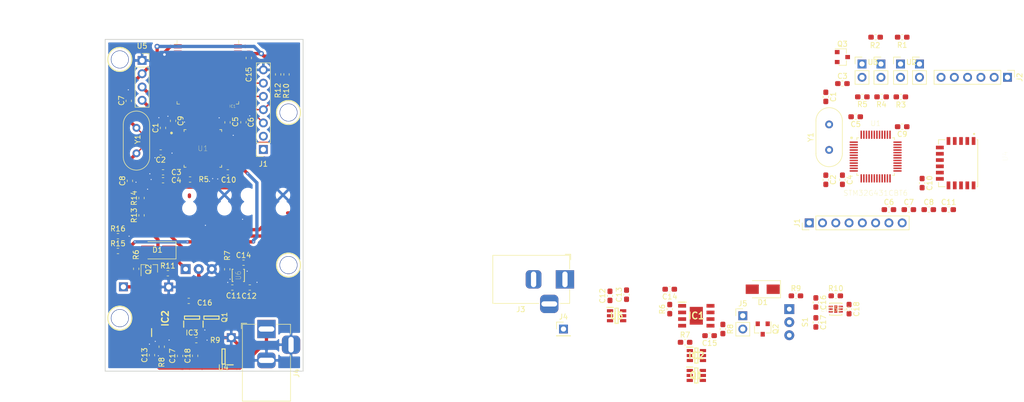
<source format=kicad_pcb>
(kicad_pcb (version 20171130) (host pcbnew "(5.1.6)-1")
  (title_block (title "EncoderBoard Schematic") (rev v1.0) (company "Developed by Paul Max Avalos Aguilar"))
  (layers (0 F.Cu signal) (31 B.Cu signal) (34 B.Paste user) (35 F.Paste user) (36 B.SilkS user) (37 F.SilkS user) (38 B.Mask user) (39 F.Mask user) (44 Edge.Cuts user))
  (net 0 "")
  (net 1 GND)
  (net 2 +3V3)
  (net 3 "Net-(R1-Pad1)")
  (net 4 "Net-(R2-Pad1)")
  (net 5 /SIGA)
  (net 6 /SIGB)
  (net 7 "Net-(C2-Pad1)")
  (net 8 "Net-(C7-Pad2)")
  (net 9 "Net-(C8-Pad2)")
  (net 10 "Net-(C11-Pad2)")
  (net 11 "Net-(C14-Pad1)")
  (net 12 "Net-(C14-Pad2)")
  (net 13 VCC)
  (net 14 /F1RX)
  (net 15 /F1TX)
  (net 16 "Net-(IC1-Pad7)")
  (net 17 /SWCLK)
  (net 18 /SWDIO)
  (net 19 "Net-(R7-Pad2)")
  (net 20 /F1SCL)
  (net 21 /F1SDA)
  (net 22 "Net-(C16-Pad1)")
  (net 23 "Net-(D1-Pad1)")
  (net 24 /CTS)
  (net 25 /RTS)
  (net 26 "Net-(IC2-Pad2)")
  (net 27 "Net-(IC3-Pad1)")
  (net 28 "Net-(IC3-Pad2)")
  (net 29 /BOOT0)
  (net 30 "Net-(R13-Pad2)")
  (net 31 /EncEnable)
  (net 32 "Net-(Q3-Pad3)")
  (net 33 /Batt+)
  (net 34 "Net-(IC3-Pad3)")
  (net 35 "Net-(IC1-Pad22)")
  (net 36 "Net-(IC1-Pad21)")
  (net 37 "Net-(IC1-Pad20)")
  (net 38 "Net-(IC1-Pad19)")
  (net 39 "Net-(IC1-Pad17)")
  (net 40 "Net-(IC1-Pad15)")
  (net 41 "Net-(IC1-Pad13)")
  (net 42 "Net-(IC1-Pad12)")
  (net 43 "Net-(IC1-Pad11)")
  (net 44 "Net-(IC1-Pad10)")
  (net 45 "Net-(IC1-Pad8)")
  (net 46 "Net-(IC1-Pad4)")
  (net 47 "Net-(IC1-Pad3)")
  (net 48 "Net-(IC1-Pad2)")
  (net 49 "Net-(IC2-Pad9)")
  (net 50 "Net-(IC2-Pad7)")
  (net 51 "Net-(IC2-Pad6)")
  (net 52 "Net-(IC3-Pad4)")
  (net 53 "Net-(Q1-Pad5)")
  (net 54 "Net-(Q1-Pad2)")
  (net 55 "Net-(U1-Pad40)")
  (net 56 "Net-(U1-Pad33)")
  (net 57 "Net-(U1-Pad32)")
  (net 58 "Net-(U1-Pad30)")
  (net 59 "Net-(U1-Pad28)")
  (net 60 "Net-(U1-Pad27)")
  (net 61 "Net-(U1-Pad26)")
  (net 62 "Net-(U1-Pad22)")
  (net 63 "Net-(U1-Pad21)")
  (net 64 "Net-(U1-Pad19)")
  (net 65 "Net-(U1-Pad18)")
  (net 66 "Net-(U1-Pad17)")
  (net 67 "Net-(U1-Pad16)")
  (net 68 "Net-(U1-Pad15)")
  (net 69 "Net-(U1-Pad13)")
  (net 70 "Net-(U1-Pad12)")
  (net 71 "Net-(U1-Pad10)")
  (net 72 "Net-(U1-Pad4)")
  (net 73 "Net-(U1-Pad3)")
  (net 74 "Net-(U1-Pad2)")
  (net 75 "Net-(U4-Pad6)")
  (net 76 "Net-(U4-Pad4)")
  (net 77 "Net-(U4-Pad3)")
  (net 78 "Net-(U4-Pad1)")
  (net 79 "Net-(R15-Pad2)")
  (net 80 "Net-(C1-Pad2)")
  (net 81 Batt-)
  (net 82 "Net-(C2-Pad2)")
  (net 83 /Supply)
  (net 84 "Net-(C4-Pad1)")
  (net 85 CHG)
  (net 86 "Net-(C15-Pad1)")
  (net 87 "Net-(C16-Pad2)")
  (net 88 "Net-(C18-Pad1)")
  (net 89 "Net-(C18-Pad2)")
  (net 90 Batt+)
  (net 91 "Net-(IC1-Pad6)")
  (net 92 "Net-(IC1-Pad9)")
  (net 93 "Net-(IC2-Pad1)")
  (net 94 "Net-(IC2-Pad3)")
  (net 95 "Net-(IC2-Pad4)")
  (net 96 /2COS-)
  (net 97 /2COS+)
  (net 98 /2SIN-)
  (net 99 /2SIN+)
  (net 100 /1COS-)
  (net 101 /1COS+)
  (net 102 /1SIN-)
  (net 103 /1SIN+)
  (net 104 /I2C2SCL)
  (net 105 /I2C2SDA)
  (net 106 /LPTIM1_IN2)
  (net 107 /LPTIM1_IN1)
  (net 108 "Net-(R5-Pad1)")
  (net 109 "Net-(R10-Pad2)")
  (net 110 "Net-(U1-Pad1)")
  (net 111 "Net-(U1-Pad20)")
  (net 112 /BLERX)
  (net 113 /BLETX)
  (net 114 "Net-(U1-Pad29)")
  (net 115 "Net-(U1-Pad34)")
  (net 116 "Net-(U1-Pad41)")
  (net 117 "Net-(U1-Pad46)")
  (net 118 "Net-(U4-Pad5)")
  (net 119 "Net-(U4-Pad12)")
  (net 120 "Net-(U4-Pad15)")
  (net 121 "Net-(U4-Pad9)")
  (net 122 "Net-(U4-Pad11)")
  (net 123 "Net-(U5-Pad1)")
  (net 124 "Net-(U5-Pad3)")
  (net 125 "Net-(U5-Pad4)")
  (net 126 "Net-(U5-Pad6)")
  (module Encoder:OptointerrupterSmall (layer F.Cu) (at 250.444 89.7128)
    (fp_text reference U3 (at 0.5 -1.56) (layer F.SilkS))
    (fp_text value ITR1802)
    (pad 2 thru_hole rect (at 2.032 -1.2065) (size 1.7 1.7) (drill 1) (layers *.Cu *.Mask) (net 4 "Net-(R2-Pad1)"))
    (pad 3 thru_hole oval (at 2.032 1.3335) (size 1.7 1.7) (drill 1) (layers *.Cu *.Mask) (net 107 /LPTIM1_IN1))
    (pad 1 thru_hole rect (at -1.5875 -1.2065) (size 1.7 1.7) (drill 1) (layers *.Cu *.Mask) (net 32 "Net-(Q3-Pad3)"))
    (pad 4 thru_hole oval (at -1.5875 1.3335) (size 1.7 1.7) (drill 1) (layers *.Cu *.Mask) (net 81 Batt-))
  )
  (module Encoder:OptointerrupterSmall (layer F.Cu) (at 257.81 89.7128)
    (fp_text reference U2 (at 0.5 -1.56) (layer F.SilkS))
    (fp_text value ITR1802)
    (pad 2 thru_hole rect (at 2.032 -1.2065) (size 1.7 1.7) (drill 1) (layers *.Cu *.Mask) (net 3 "Net-(R1-Pad1)"))
    (pad 3 thru_hole oval (at 2.032 1.3335) (size 1.7 1.7) (drill 1) (layers *.Cu *.Mask) (net 106 /LPTIM1_IN2))
    (pad 1 thru_hole rect (at -1.5875 -1.2065) (size 1.7 1.7) (drill 1) (layers *.Cu *.Mask) (net 32 "Net-(Q3-Pad3)"))
    (pad 4 thru_hole oval (at -1.5875 1.3335) (size 1.7 1.7) (drill 1) (layers *.Cu *.Mask) (net 81 Batt-))
  )
  (module Encoder:R_0603_1608Metric_Pad1.05x0.95mm_HandSolder (layer F.Cu) (at 116.120287 128.570496)
    (fp_text reference R11 (at 0 -1.43) (layer F.SilkS))
    (fp_text value 100)
    (pad 2 smd roundrect (at 0.875 0) (size 1.05 0.95) (layers F.Cu F.Paste F.Mask) (net 22 "Net-(C16-Pad1)"))
    (pad 1 smd roundrect (at -0.875 0) (size 1.05 0.95) (layers F.Cu F.Paste F.Mask) (net 33 /Batt+))
  )
  (module Encoder:C_0603_1608Metric_Pad1.05x0.95mm_HandSolder (layer F.Cu) (at 121.3358 144.3736 90)
    (fp_text reference C18 (at 0 -1.43 270) (layer F.SilkS))
    (fp_text value 1uF)
    (pad 2 smd roundrect (at 0.875 0 90) (size 1.05 0.95) (layers F.Cu F.Paste F.Mask) (net 1 GND))
    (pad 1 smd roundrect (at -0.875 0 90) (size 1.05 0.95) (layers F.Cu F.Paste F.Mask) (net 13 VCC))
  )
  (module Encoder:QFP50P900X900X160-48N (layer F.Cu) (at 122.81916 104.66324)
    (fp_text reference U1 (at 0 0) (layer F.SilkS) (effects (font (thickness 0.05))))
    (fp_text value STM32F103C8T6 hide)
    (pad 48 smd rect (at -2.75 -4.18) (size 0.28 1.56) (layers F.Cu F.Paste F.Mask) (net 2 +3V3))
    (pad 47 smd rect (at -2.25 -4.18) (size 0.28 1.56) (layers F.Cu F.Paste F.Mask) (net 1 GND))
    (pad 46 smd rect (at -1.75 -4.18) (size 0.28 1.56) (layers F.Cu F.Paste F.Mask) (net 21 /F1SDA))
    (pad 45 smd rect (at -1.25 -4.18) (size 0.28 1.56) (layers F.Cu F.Paste F.Mask) (net 20 /F1SCL))
    (pad 44 smd rect (at -0.75 -4.18) (size 0.28 1.56) (layers F.Cu F.Paste F.Mask) (net 29 /BOOT0))
    (pad 43 smd rect (at -0.25 -4.18) (size 0.28 1.56) (layers F.Cu F.Paste F.Mask) (net 14 /F1RX))
    (pad 42 smd rect (at 0.25 -4.18) (size 0.28 1.56) (layers F.Cu F.Paste F.Mask) (net 15 /F1TX))
    (pad 41 smd rect (at 0.75 -4.18) (size 0.28 1.56) (layers F.Cu F.Paste F.Mask) (net 16 "Net-(IC1-Pad7)"))
    (pad 40 smd rect (at 1.25 -4.18) (size 0.28 1.56) (layers F.Cu F.Paste F.Mask) (net 55 "Net-(U1-Pad40)"))
    (pad 39 smd rect (at 1.75 -4.18) (size 0.28 1.56) (layers F.Cu F.Paste F.Mask) (net 6 /SIGB))
    (pad 38 smd rect (at 2.25 -4.18) (size 0.28 1.56) (layers F.Cu F.Paste F.Mask) (net 5 /SIGA))
    (pad 37 smd rect (at 2.75 -4.18) (size 0.28 1.56) (layers F.Cu F.Paste F.Mask) (net 17 /SWCLK))
    (pad 36 smd rect (at 4.18 -2.75 90) (size 0.28 1.56) (layers F.Cu F.Paste F.Mask) (net 2 +3V3))
    (pad 35 smd rect (at 4.18 -2.25 90) (size 0.28 1.56) (layers F.Cu F.Paste F.Mask) (net 1 GND))
    (pad 34 smd rect (at 4.18 -1.75 90) (size 0.28 1.56) (layers F.Cu F.Paste F.Mask) (net 18 /SWDIO))
    (pad 33 smd rect (at 4.18 -1.25 90) (size 0.28 1.56) (layers F.Cu F.Paste F.Mask) (net 56 "Net-(U1-Pad33)"))
    (pad 32 smd rect (at 4.18 -0.75 90) (size 0.28 1.56) (layers F.Cu F.Paste F.Mask) (net 57 "Net-(U1-Pad32)"))
    (pad 31 smd rect (at 4.18 -0.25 90) (size 0.28 1.56) (layers F.Cu F.Paste F.Mask) (net 5 /SIGA))
    (pad 30 smd rect (at 4.18 0.25 90) (size 0.28 1.56) (layers F.Cu F.Paste F.Mask) (net 58 "Net-(U1-Pad30)"))
    (pad 29 smd rect (at 4.18 0.75 90) (size 0.28 1.56) (layers F.Cu F.Paste F.Mask) (net 6 /SIGB))
    (pad 28 smd rect (at 4.18 1.25 90) (size 0.28 1.56) (layers F.Cu F.Paste F.Mask) (net 59 "Net-(U1-Pad28)"))
    (pad 27 smd rect (at 4.18 1.75 90) (size 0.28 1.56) (layers F.Cu F.Paste F.Mask) (net 60 "Net-(U1-Pad27)"))
    (pad 26 smd rect (at 4.18 2.25 90) (size 0.28 1.56) (layers F.Cu F.Paste F.Mask) (net 61 "Net-(U1-Pad26)"))
    (pad 25 smd rect (at 4.18 2.75 90) (size 0.28 1.56) (layers F.Cu F.Paste F.Mask) (net 79 "Net-(R15-Pad2)"))
    (pad 24 smd rect (at 2.75 4.18) (size 0.28 1.56) (layers F.Cu F.Paste F.Mask) (net 2 +3V3))
    (pad 23 smd rect (at 2.25 4.18) (size 0.28 1.56) (layers F.Cu F.Paste F.Mask) (net 1 GND))
    (pad 22 smd rect (at 1.75 4.18) (size 0.28 1.56) (layers F.Cu F.Paste F.Mask) (net 62 "Net-(U1-Pad22)"))
    (pad 21 smd rect (at 1.25 4.18) (size 0.28 1.56) (layers F.Cu F.Paste F.Mask) (net 63 "Net-(U1-Pad21)"))
    (pad 20 smd rect (at 0.75 4.18) (size 0.28 1.56) (layers F.Cu F.Paste F.Mask) (net 1 GND))
    (pad 19 smd rect (at 0.25 4.18) (size 0.28 1.56) (layers F.Cu F.Paste F.Mask) (net 64 "Net-(U1-Pad19)"))
    (pad 18 smd rect (at -0.25 4.18) (size 0.28 1.56) (layers F.Cu F.Paste F.Mask) (net 65 "Net-(U1-Pad18)"))
    (pad 17 smd rect (at -0.75 4.18) (size 0.28 1.56) (layers F.Cu F.Paste F.Mask) (net 66 "Net-(U1-Pad17)"))
    (pad 16 smd rect (at -1.25 4.18) (size 0.28 1.56) (layers F.Cu F.Paste F.Mask) (net 67 "Net-(U1-Pad16)"))
    (pad 15 smd rect (at -1.75 4.18) (size 0.28 1.56) (layers F.Cu F.Paste F.Mask) (net 68 "Net-(U1-Pad15)"))
    (pad 14 smd rect (at -2.25 4.18) (size 0.28 1.56) (layers F.Cu F.Paste F.Mask) (net 31 /EncEnable))
    (pad 13 smd rect (at -2.75 4.18) (size 0.28 1.56) (layers F.Cu F.Paste F.Mask) (net 69 "Net-(U1-Pad13)"))
    (pad 12 smd rect (at -4.18 2.75 90) (size 0.28 1.56) (layers F.Cu F.Paste F.Mask) (net 70 "Net-(U1-Pad12)"))
    (pad 11 smd rect (at -4.18 2.25 90) (size 0.28 1.56) (layers F.Cu F.Paste F.Mask) (net 30 "Net-(R13-Pad2)"))
    (pad 10 smd rect (at -4.18 1.75 90) (size 0.28 1.56) (layers F.Cu F.Paste F.Mask) (net 71 "Net-(U1-Pad10)"))
    (pad 9 smd rect (at -4.18 1.25 90) (size 0.28 1.56) (layers F.Cu F.Paste F.Mask) (net 2 +3V3))
    (pad 8 smd rect (at -4.18 0.75 90) (size 0.28 1.56) (layers F.Cu F.Paste F.Mask) (net 1 GND))
    (pad 7 smd rect (at -4.18 0.25 90) (size 0.28 1.56) (layers F.Cu F.Paste F.Mask) (net 7 "Net-(C2-Pad1)"))
    (pad 6 smd rect (at -4.18 -0.25 90) (size 0.28 1.56) (layers F.Cu F.Paste F.Mask) (net 9 "Net-(C8-Pad2)"))
    (pad 5 smd rect (at -4.18 -0.75 90) (size 0.28 1.56) (layers F.Cu F.Paste F.Mask) (net 8 "Net-(C7-Pad2)"))
    (pad 4 smd rect (at -4.18 -1.25 90) (size 0.28 1.56) (layers F.Cu F.Paste F.Mask) (net 72 "Net-(U1-Pad4)"))
    (pad 3 smd rect (at -4.18 -1.75 90) (size 0.28 1.56) (layers F.Cu F.Paste F.Mask) (net 73 "Net-(U1-Pad3)"))
    (pad 2 smd rect (at -4.18 -2.25 90) (size 0.28 1.56) (layers F.Cu F.Paste F.Mask) (net 74 "Net-(U1-Pad2)"))
    (pad 1 smd rect (at -4.18 -2.75 90) (size 0.28 1.56) (layers F.Cu F.Paste F.Mask) (net 2 +3V3))
  )
  (module Encoder:Bluetooth_Module_RN4020 (layer F.Cu) (at 123.7742 90.57386)
    (fp_text reference IC1 (at 4.71 6.02) (layer F.SilkS) (effects (font (size 0.5 0.5) (thickness 0.05))))
    (fp_text value RN4020-V_RM120)
    (pad 24 smd rect (at 5.75 -5.45) (size 1.5 0.8) (layers F.Cu F.Paste F.Mask) (net 1 GND))
    (pad 23 smd rect (at 5.75 -4.25) (size 1.5 0.8) (layers F.Cu F.Paste F.Mask) (net 2 +3V3))
    (pad 22 smd rect (at 5.75 -3.05) (size 1.5 0.8) (layers F.Cu F.Paste F.Mask) (net 35 "Net-(IC1-Pad22)"))
    (pad 21 smd rect (at 5.75 -1.85) (size 1.5 0.8) (layers F.Cu F.Paste F.Mask) (net 36 "Net-(IC1-Pad21)"))
    (pad 20 smd rect (at 5.75 -0.65) (size 1.5 0.8) (layers F.Cu F.Paste F.Mask) (net 37 "Net-(IC1-Pad20)"))
    (pad 19 smd rect (at 5.75 0.55) (size 1.5 0.8) (layers F.Cu F.Paste F.Mask) (net 38 "Net-(IC1-Pad19)"))
    (pad 18 smd rect (at 5.75 1.75) (size 1.5 0.8) (layers F.Cu F.Paste F.Mask) (net 25 /RTS))
    (pad 17 smd rect (at 5.75 2.95) (size 1.5 0.8) (layers F.Cu F.Paste F.Mask) (net 39 "Net-(IC1-Pad17)"))
    (pad 15 smd rect (at 3 5.45) (size 0.8 1.5) (layers F.Cu F.Paste F.Mask) (net 40 "Net-(IC1-Pad15)"))
    (pad 14 smd rect (at 1.8 5.45) (size 0.8 1.5) (layers F.Cu F.Paste F.Mask) (net 24 /CTS))
    (pad 13 smd rect (at 0.6 5.45) (size 0.8 1.5) (layers F.Cu F.Paste F.Mask) (net 41 "Net-(IC1-Pad13)"))
    (pad 12 smd rect (at -0.6 5.45) (size 0.8 1.5) (layers F.Cu F.Paste F.Mask) (net 42 "Net-(IC1-Pad12)"))
    (pad 11 smd rect (at -1.8 5.45) (size 0.8 1.5) (layers F.Cu F.Paste F.Mask) (net 43 "Net-(IC1-Pad11)"))
    (pad 10 smd rect (at -3 5.45) (size 0.8 1.5) (layers F.Cu F.Paste F.Mask) (net 44 "Net-(IC1-Pad10)"))
    (pad 8 smd rect (at -5.75 2.95) (size 1.5 0.8) (layers F.Cu F.Paste F.Mask) (net 45 "Net-(IC1-Pad8)"))
    (pad 7 smd rect (at -5.75 1.75) (size 1.5 0.8) (layers F.Cu F.Paste F.Mask) (net 16 "Net-(IC1-Pad7)"))
    (pad 6 smd rect (at -5.75 0.55) (size 1.5 0.8) (layers F.Cu F.Paste F.Mask) (net 15 /F1TX))
    (pad 5 smd rect (at -5.75 -0.65) (size 1.5 0.8) (layers F.Cu F.Paste F.Mask) (net 14 /F1RX))
    (pad 4 smd rect (at -5.75 -1.85) (size 1.5 0.8) (layers F.Cu F.Paste F.Mask) (net 46 "Net-(IC1-Pad4)"))
    (pad 3 smd rect (at -5.75 -3.05) (size 1.5 0.8) (layers F.Cu F.Paste F.Mask) (net 47 "Net-(IC1-Pad3)"))
    (pad 2 smd rect (at -5.75 -4.25) (size 1.5 0.8) (layers F.Cu F.Paste F.Mask) (net 48 "Net-(IC1-Pad2)"))
    (pad 1 smd rect (at -5.75 -5.45) (size 1.5 0.8) (layers F.Cu F.Paste F.Mask) (net 1 GND))
  )
  (module Encoder:Switch_Slide_11.6x4mm_EG1218 (layer F.Cu) (at 119.5216 127.762)
    (fp_text reference S1 hide)
    (fp_text value EG1218)
    (pad 3 thru_hole circle (at 5 0) (size 1.9 1.9) (drill 0.9) (layers *.Cu *.Mask) (net 1 GND))
    (pad 2 thru_hole circle (at 2.5 0) (size 1.9 1.9) (drill 0.9) (layers *.Cu *.Mask) (net 10 "Net-(C11-Pad2)"))
    (pad 1 thru_hole rect (at 0 0) (size 1.9 1.9) (drill 0.9) (layers *.Cu *.Mask) (net 23 "Net-(D1-Pad1)"))
  )
  (module Encoder:C_0603_1608Metric_Pad1.05x0.95mm_HandSolder (layer F.Cu) (at 115.19916 100.74024 90)
    (fp_text reference C1 (at 0 -1.43 90) (layer F.SilkS))
    (fp_text value 100nF)
    (pad 2 smd roundrect (at 0.875 0 90) (size 1.05 0.95) (layers F.Cu F.Paste F.Mask) (net 1 GND))
    (pad 1 smd roundrect (at -0.875 0 90) (size 1.05 0.95) (layers F.Cu F.Paste F.Mask) (net 2 +3V3))
  )
  (module Encoder:C_0603_1608Metric_Pad1.05x0.95mm_HandSolder (layer F.Cu) (at 114.7572 105.4354 180)
    (fp_text reference C2 (at 0 -1.43 180) (layer F.SilkS))
    (fp_text value 100nF)
    (pad 2 smd roundrect (at 0.875 0 180) (size 1.05 0.95) (layers F.Cu F.Paste F.Mask) (net 1 GND))
    (pad 1 smd roundrect (at -0.875 0 180) (size 1.05 0.95) (layers F.Cu F.Paste F.Mask) (net 7 "Net-(C2-Pad1)"))
  )
  (module Encoder:C_0603_1608Metric_Pad1.05x0.95mm_HandSolder (layer F.Cu) (at 115.19916 109.23524)
    (fp_text reference C3 (at 2.54 0) (layer F.SilkS))
    (fp_text value 100nF)
    (pad 2 smd roundrect (at 0.875 0) (size 1.05 0.95) (layers F.Cu F.Paste F.Mask) (net 2 +3V3))
    (pad 1 smd roundrect (at -0.875 0) (size 1.05 0.95) (layers F.Cu F.Paste F.Mask) (net 1 GND))
  )
  (module Encoder:C_0603_1608Metric_Pad1.05x0.95mm_HandSolder (layer F.Cu) (at 115.19916 110.75924)
    (fp_text reference C4 (at 2.54 0) (layer F.SilkS))
    (fp_text value 1uF)
    (pad 2 smd roundrect (at 0.875 0) (size 1.05 0.95) (layers F.Cu F.Paste F.Mask) (net 2 +3V3))
    (pad 1 smd roundrect (at -0.875 0) (size 1.05 0.95) (layers F.Cu F.Paste F.Mask) (net 1 GND))
  )
  (module Encoder:C_0603_1608Metric_Pad1.05x0.95mm_HandSolder (layer F.Cu) (at 127.52832 99.67976 90)
    (fp_text reference C5 (at 0.11684 1.50368 90) (layer F.SilkS))
    (fp_text value 100nF)
    (pad 2 smd roundrect (at 0.875 0 90) (size 1.05 0.95) (layers F.Cu F.Paste F.Mask) (net 1 GND))
    (pad 1 smd roundrect (at -0.875 0 90) (size 1.05 0.95) (layers F.Cu F.Paste F.Mask) (net 2 +3V3))
  )
  (module Encoder:C_0603_1608Metric_Pad1.05x0.95mm_HandSolder (layer F.Cu) (at 130.57632 99.65944 270)
    (fp_text reference C6 (at 0 -1.43 270) (layer F.SilkS))
    (fp_text value 10uF)
    (pad 2 smd roundrect (at 0.875 0 270) (size 1.05 0.95) (layers F.Cu F.Paste F.Mask) (net 2 +3V3))
    (pad 1 smd roundrect (at -0.875 0 270) (size 1.05 0.95) (layers F.Cu F.Paste F.Mask) (net 1 GND))
  )
  (module Encoder:C_0603_1608Metric_Pad1.05x0.95mm_HandSolder (layer F.Cu) (at 108.64088 95.55988 270)
    (fp_text reference C7 (at -0.05588 1.39192 270) (layer F.SilkS))
    (fp_text value 12pF)
    (pad 2 smd roundrect (at 0.875 0 270) (size 1.05 0.95) (layers F.Cu F.Paste F.Mask) (net 8 "Net-(C7-Pad2)"))
    (pad 1 smd roundrect (at -0.875 0 270) (size 1.05 0.95) (layers F.Cu F.Paste F.Mask) (net 1 GND))
  )
  (module Encoder:C_0603_1608Metric_Pad1.05x0.95mm_HandSolder (layer F.Cu) (at 108.8644 110.871 90)
    (fp_text reference C8 (at 0 -1.43 90) (layer F.SilkS))
    (fp_text value 12pF)
    (pad 2 smd roundrect (at 0.875 0 90) (size 1.05 0.95) (layers F.Cu F.Paste F.Mask) (net 9 "Net-(C8-Pad2)"))
    (pad 1 smd roundrect (at -0.875 0 90) (size 1.05 0.95) (layers F.Cu F.Paste F.Mask) (net 1 GND))
  )
  (module Encoder:C_0603_1608Metric_Pad1.05x0.95mm_HandSolder (layer F.Cu) (at 117.1194 99.3902 90)
    (fp_text reference C9 (at 0 1.4478 90) (layer F.SilkS))
    (fp_text value 100nF)
    (pad 2 smd roundrect (at 0.875 0 90) (size 1.05 0.95) (layers F.Cu F.Paste F.Mask) (net 1 GND))
    (pad 1 smd roundrect (at -0.875 0 90) (size 1.05 0.95) (layers F.Cu F.Paste F.Mask) (net 2 +3V3))
  )
  (module Encoder:C_0603_1608Metric_Pad1.05x0.95mm_HandSolder (layer F.Cu) (at 127.59436 109.24794)
    (fp_text reference C10 (at 0.1397 1.4351) (layer F.SilkS))
    (fp_text value 100nF)
    (pad 2 smd roundrect (at 0.875 0) (size 1.05 0.95) (layers F.Cu F.Paste F.Mask) (net 1 GND))
    (pad 1 smd roundrect (at -0.875 0) (size 1.05 0.95) (layers F.Cu F.Paste F.Mask) (net 2 +3V3))
  )
  (module Encoder:C_0603_1608Metric_Pad1.05x0.95mm_HandSolder (layer F.Cu) (at 128.444367 131.298456)
    (fp_text reference C11 (at 0.24892 1.55448) (layer F.SilkS))
    (fp_text value 1uF)
    (pad 2 smd roundrect (at 0.875 0) (size 1.05 0.95) (layers F.Cu F.Paste F.Mask) (net 10 "Net-(C11-Pad2)"))
    (pad 1 smd roundrect (at -0.875 0) (size 1.05 0.95) (layers F.Cu F.Paste F.Mask) (net 1 GND))
  )
  (module Encoder:C_0603_1608Metric_Pad1.05x0.95mm_HandSolder (layer F.Cu) (at 131.792087 131.298456)
    (fp_text reference C12 (at -0.13716 1.6256) (layer F.SilkS))
    (fp_text value 4.7uF)
    (pad 2 smd roundrect (at 0.875 0) (size 1.05 0.95) (layers F.Cu F.Paste F.Mask) (net 1 GND))
    (pad 1 smd roundrect (at -0.875 0) (size 1.05 0.95) (layers F.Cu F.Paste F.Mask) (net 2 +3V3))
  )
  (module Encoder:C_0603_1608Metric_Pad1.05x0.95mm_HandSolder (layer F.Cu) (at 130.588127 126.543576)
    (fp_text reference C14 (at 0 -1.43) (layer F.SilkS))
    (fp_text value 1uF)
    (pad 2 smd roundrect (at 0.875 0) (size 1.05 0.95) (layers F.Cu F.Paste F.Mask) (net 12 "Net-(C14-Pad2)"))
    (pad 1 smd roundrect (at -0.875 0) (size 1.05 0.95) (layers F.Cu F.Paste F.Mask) (net 11 "Net-(C14-Pad1)"))
  )
  (module Encoder:C_0603_1608Metric_Pad1.05x0.95mm_HandSolder (layer F.Cu) (at 131.5974 87.3506 270)
    (fp_text reference C15 (at 3.175 0 90) (layer F.SilkS))
    (fp_text value 4.7uF)
    (pad 2 smd roundrect (at 0.875 0 270) (size 1.05 0.95) (layers F.Cu F.Paste F.Mask) (net 1 GND))
    (pad 1 smd roundrect (at -0.875 0 270) (size 1.05 0.95) (layers F.Cu F.Paste F.Mask) (net 2 +3V3))
  )
  (module Encoder:R_0603_1608Metric_Pad1.05x0.95mm_HandSolder (layer F.Cu) (at 256.54 83.3628)
    (fp_text reference R1 (at 0 1.524) (layer F.SilkS))
    (fp_text value 220)
    (pad 2 smd roundrect (at 0.875 0) (size 1.05 0.95) (layers F.Cu F.Paste F.Mask) (net 81 Batt-))
    (pad 1 smd roundrect (at -0.875 0) (size 1.05 0.95) (layers F.Cu F.Paste F.Mask) (net 3 "Net-(R1-Pad1)"))
  )
  (module Encoder:R_0603_1608Metric_Pad1.05x0.95mm_HandSolder (layer F.Cu) (at 251.46 83.3628 180)
    (fp_text reference R2 (at 0.1016 -1.5748 180) (layer F.SilkS))
    (fp_text value 220)
    (pad 2 smd roundrect (at 0.875 0 180) (size 1.05 0.95) (layers F.Cu F.Paste F.Mask) (net 81 Batt-))
    (pad 1 smd roundrect (at -0.875 0 180) (size 1.05 0.95) (layers F.Cu F.Paste F.Mask) (net 4 "Net-(R2-Pad1)"))
  )
  (module Encoder:R_0603_1608Metric_Pad1.05x0.95mm_HandSolder (layer F.Cu) (at 256.286 94.7928)
    (fp_text reference R3 (at 0 1.524) (layer F.SilkS))
    (fp_text value 1.2K)
    (pad 2 smd roundrect (at 0.875 0) (size 1.05 0.95) (layers F.Cu F.Paste F.Mask) (net 106 /LPTIM1_IN2))
    (pad 1 smd roundrect (at -0.875 0) (size 1.05 0.95) (layers F.Cu F.Paste F.Mask) (net 32 "Net-(Q3-Pad3)"))
  )
  (module Encoder:R_0603_1608Metric_Pad1.05x0.95mm_HandSolder (layer F.Cu) (at 252.603 94.7928)
    (fp_text reference R4 (at -0.0254 1.4605) (layer F.SilkS))
    (fp_text value 1.2K)
    (pad 2 smd roundrect (at 0.875 0) (size 1.05 0.95) (layers F.Cu F.Paste F.Mask) (net 107 /LPTIM1_IN1))
    (pad 1 smd roundrect (at -0.875 0) (size 1.05 0.95) (layers F.Cu F.Paste F.Mask) (net 32 "Net-(Q3-Pad3)"))
  )
  (module Encoder:R_0603_1608Metric_Pad1.05x0.95mm_HandSolder (layer F.Cu) (at 120.3706 110.617)
    (fp_text reference R5 (at 2.6035 -0.0254) (layer F.SilkS))
    (fp_text value 10K)
    (pad 2 smd roundrect (at 0.875 0) (size 1.05 0.95) (layers F.Cu F.Paste F.Mask) (net 1 GND))
    (pad 1 smd roundrect (at -0.875 0) (size 1.05 0.95) (layers F.Cu F.Paste F.Mask) (net 29 /BOOT0))
  )
  (module Encoder:R_0603_1608Metric_Pad1.05x0.95mm_HandSolder (layer F.Cu) (at 110.064927 127.711976 90)
    (fp_text reference R6 (at 2.6924 -0.0254 90) (layer F.SilkS))
    (fp_text value 10K)
    (pad 2 smd roundrect (at 0.875 0 90) (size 1.05 0.95) (layers F.Cu F.Paste F.Mask) (net 1 GND))
    (pad 1 smd roundrect (at -0.875 0 90) (size 1.05 0.95) (layers F.Cu F.Paste F.Mask) (net 13 VCC))
  )
  (module Encoder:R_0603_1608Metric_Pad1.05x0.95mm_HandSolder (layer F.Cu) (at 127.474087 127.798336 90)
    (fp_text reference R7 (at 2.62128 0.0254 90) (layer F.SilkS))
    (fp_text value 10K)
    (pad 2 smd roundrect (at 0.875 0 90) (size 1.05 0.95) (layers F.Cu F.Paste F.Mask) (net 19 "Net-(R7-Pad2)"))
    (pad 1 smd roundrect (at -0.875 0 90) (size 1.05 0.95) (layers F.Cu F.Paste F.Mask) (net 10 "Net-(C11-Pad2)"))
  )
  (module Encoder:DFN-6_DC (layer F.Cu) (at 129.592447 128.976896 90)
    (fp_text reference U6 (at 0 0 90) (layer F.SilkS) (effects (font (size 1 0.9) (thickness 0.05))))
    (fp_text value LTC3240 hide)
    (pad 7 smd rect (at 0 0 90) (size 0.61 1.42) (layers F.Cu F.Paste F.Mask) (net 1 GND))
    (pad 6 smd rect (at 0.9524 -0.5 90) (size 0.8048 0.3) (layers F.Cu F.Paste F.Mask) (net 19 "Net-(R7-Pad2)"))
    (pad 5 smd rect (at 0.9524 0 90) (size 0.8048 0.3) (layers F.Cu F.Paste F.Mask) (net 11 "Net-(C14-Pad1)"))
    (pad 4 smd rect (at 0.9524 0.5 90) (size 0.8048 0.3) (layers F.Cu F.Paste F.Mask) (net 12 "Net-(C14-Pad2)"))
    (pad 3 smd rect (at -0.9524 0.5 90) (size 0.8048 0.3) (layers F.Cu F.Paste F.Mask) (net 2 +3V3))
    (pad 2 smd rect (at -0.9524 0 90) (size 0.8048 0.3) (layers F.Cu F.Paste F.Mask) (net 10 "Net-(C11-Pad2)"))
    (pad 1 smd rect (at -0.9524 -0.5 90) (size 0.8048 0.3) (layers F.Cu F.Paste F.Mask) (net 1 GND))
  )
  (module Encoder:Crystal_HC49-U_Vertical (layer F.Cu) (at 110.11916 100.72624 270)
    (fp_text reference Y1 (at 2.19964 -0.2286 270) (layer F.SilkS))
    (fp_text value 8Mhz)
    (pad 2 thru_hole circle (at 4.88 0 270) (size 1.5 1.5) (drill 0.8) (layers *.Cu *.Mask) (net 9 "Net-(C8-Pad2)"))
    (pad 1 thru_hole circle (at 0 0 270) (size 1.5 1.5) (drill 0.8) (layers *.Cu *.Mask) (net 8 "Net-(C7-Pad2)"))
  )
  (module Encoder:C_0603_1608Metric_Pad1.05x0.95mm_HandSolder (layer F.Cu) (at 113.090067 144.239756 90)
    (fp_text reference C13 (at 0 -1.43 90) (layer F.SilkS))
    (fp_text value 10uF)
    (pad 2 smd roundrect (at 0.875 0 90) (size 1.05 0.95) (layers F.Cu F.Paste F.Mask) (net 1 GND))
    (pad 1 smd roundrect (at -0.875 0 90) (size 1.05 0.95) (layers F.Cu F.Paste F.Mask) (net 13 VCC))
  )
  (module Encoder:C_0603_1608Metric_Pad1.05x0.95mm_HandSolder (layer F.Cu) (at 120.113167 133.856236 180)
    (fp_text reference C16 (at -3.051433 -0.357364 180) (layer F.SilkS))
    (fp_text value .1uF)
    (pad 2 smd roundrect (at 0.875 0 180) (size 1.05 0.95) (layers F.Cu F.Paste F.Mask) (net 1 GND))
    (pad 1 smd roundrect (at -0.875 0 180) (size 1.05 0.95) (layers F.Cu F.Paste F.Mask) (net 22 "Net-(C16-Pad1)"))
  )
  (module Encoder:D_SMA (layer F.Cu) (at 114.286407 124.171216 180)
    (fp_text reference D1 (at 0.1524 0.06604 180) (layer F.SilkS))
    (fp_text value D)
    (pad 2 smd rect (at 2 0 180) (size 2.5 1.8) (layers F.Cu F.Paste F.Mask) (net 13 VCC))
    (pad 1 smd rect (at -2 0 180) (size 2.5 1.8) (layers F.Cu F.Paste F.Mask) (net 23 "Net-(D1-Pad1)"))
  )
  (module "Encoder:Sop(8)" (layer F.Cu) (at 115.617367 137.209036 90)
    (fp_text reference IC2 (at 0 0 90) (layer F.SilkS) (effects (font (size 1.27 1.27) (thickness 0.254))))
    (fp_text value TP4056 hide)
    (pad 9 smd rect (at 0 0 90) (size 2.513 3.402) (layers F.Cu F.Paste F.Mask) (net 49 "Net-(IC2-Pad9)"))
    (pad 8 smd rect (at 2.712 -1.905 180) (size 0.7 1.525) (layers F.Cu F.Paste F.Mask) (net 13 VCC))
    (pad 7 smd rect (at 2.712 -0.635 180) (size 0.7 1.525) (layers F.Cu F.Paste F.Mask) (net 50 "Net-(IC2-Pad7)"))
    (pad 6 smd rect (at 2.712 0.635 180) (size 0.7 1.525) (layers F.Cu F.Paste F.Mask) (net 51 "Net-(IC2-Pad6)"))
    (pad 5 smd rect (at 2.712 1.905 180) (size 0.7 1.525) (layers F.Cu F.Paste F.Mask) (net 33 /Batt+))
    (pad 4 smd rect (at -2.712 1.905 180) (size 0.7 1.525) (layers F.Cu F.Paste F.Mask) (net 13 VCC))
    (pad 3 smd rect (at -2.712 0.635 180) (size 0.7 1.525) (layers F.Cu F.Paste F.Mask) (net 1 GND))
    (pad 2 smd rect (at -2.712 -0.635 180) (size 0.7 1.525) (layers F.Cu F.Paste F.Mask) (net 26 "Net-(IC2-Pad2)"))
    (pad 1 smd rect (at -2.712 -1.905 180) (size 0.7 1.525) (layers F.Cu F.Paste F.Mask) (net 1 GND))
  )
  (module "Encoder:Sot-23(6)" (layer F.Cu) (at 120.748167 137.056636 90)
    (fp_text reference IC3 (at -2.897364 -0.021967 180) (layer F.SilkS))
    (fp_text value DW01+G hide)
    (pad 6 smd rect (at 1.25 -0.95 180) (size 0.6 1.2) (layers F.Cu F.Paste F.Mask) (net 1 GND))
    (pad 5 smd rect (at 1.25 0 180) (size 0.6 1.2) (layers F.Cu F.Paste F.Mask) (net 22 "Net-(C16-Pad1)"))
    (pad 4 smd rect (at 1.25 0.95 180) (size 0.6 1.2) (layers F.Cu F.Paste F.Mask) (net 52 "Net-(IC3-Pad4)"))
    (pad 3 smd rect (at -1.25 0.95 180) (size 0.6 1.2) (layers F.Cu F.Paste F.Mask) (net 34 "Net-(IC3-Pad3)"))
    (pad 2 smd rect (at -1.25 0 180) (size 0.6 1.2) (layers F.Cu F.Paste F.Mask) (net 28 "Net-(IC3-Pad2)"))
    (pad 1 smd rect (at -1.25 -0.95 180) (size 0.6 1.2) (layers F.Cu F.Paste F.Mask) (net 27 "Net-(IC3-Pad1)"))
  )
  (module Encoder:PinSocket_1x07_P2.54mm_Vertical (layer F.Cu) (at 134.38124 104.86644 180)
    (fp_text reference J1 (at 0 -2.77 180) (layer F.SilkS))
    (fp_text value Conn_01x07_Male)
    (pad 7 thru_hole oval (at 0 15.24 180) (size 1.7 1.7) (drill 1) (layers *.Cu *.Mask) (net 1 GND))
    (pad 6 thru_hole oval (at 0 12.7 180) (size 1.7 1.7) (drill 1) (layers *.Cu *.Mask) (net 25 /RTS))
    (pad 5 thru_hole oval (at 0 10.16 180) (size 1.7 1.7) (drill 1) (layers *.Cu *.Mask) (net 14 /F1RX))
    (pad 4 thru_hole oval (at 0 7.62 180) (size 1.7 1.7) (drill 1) (layers *.Cu *.Mask) (net 15 /F1TX))
    (pad 3 thru_hole oval (at 0 5.08 180) (size 1.7 1.7) (drill 1) (layers *.Cu *.Mask) (net 24 /CTS))
    (pad 2 thru_hole oval (at 0 2.54 180) (size 1.7 1.7) (drill 1) (layers *.Cu *.Mask) (net 17 /SWCLK))
    (pad 1 thru_hole rect (at 0 0 180) (size 1.7 1.7) (drill 1) (layers *.Cu *.Mask) (net 18 /SWDIO))
  )
  (module Encoder:SOT-23 (layer F.Cu) (at 112.574447 127.671336 90)
    (fp_text reference Q2 (at -0.14224 -0.15748 90) (layer F.SilkS))
    (fp_text value Q_PMOS_GSD)
    (pad 3 smd rect (at 1 0 90) (size 0.9 0.8) (layers F.Cu F.Paste F.Mask) (net 33 /Batt+))
    (pad 2 smd rect (at -1 0.95 90) (size 0.9 0.8) (layers F.Cu F.Paste F.Mask) (net 23 "Net-(D1-Pad1)"))
    (pad 1 smd rect (at -1 -0.95 90) (size 0.9 0.8) (layers F.Cu F.Paste F.Mask) (net 13 VCC))
  )
  (module Encoder:R_0603_1608Metric_Pad1.05x0.95mm_HandSolder (layer F.Cu) (at 114.944267 142.631936 270)
    (fp_text reference R8 (at 2.986264 0.009267 270) (layer F.SilkS))
    (fp_text value 1.2K)
    (pad 2 smd roundrect (at 0.875 0 270) (size 1.05 0.95) (layers F.Cu F.Paste F.Mask) (net 1 GND))
    (pad 1 smd roundrect (at -0.875 0 270) (size 1.05 0.95) (layers F.Cu F.Paste F.Mask) (net 26 "Net-(IC2-Pad2)"))
  )
  (module Encoder:R_0603_1608Metric_Pad1.05x0.95mm_HandSolder (layer F.Cu) (at 121.5644 141.3764)
    (fp_text reference R9 (at 3.6068 0) (layer F.SilkS))
    (fp_text value 1K)
    (pad 2 smd roundrect (at 0.875 0) (size 1.05 0.95) (layers F.Cu F.Paste F.Mask) (net 1 GND))
    (pad 1 smd roundrect (at -0.875 0) (size 1.05 0.95) (layers F.Cu F.Paste F.Mask) (net 28 "Net-(IC3-Pad2)"))
  )
  (module Encoder:R_0603_1608Metric_Pad1.05x0.95mm_HandSolder (layer F.Cu) (at 111.08944 117.48008 90)
    (fp_text reference R13 (at 0 -1.43 90) (layer F.SilkS))
    (fp_text value 10K)
    (pad 2 smd roundrect (at 0.875 0 90) (size 1.05 0.95) (layers F.Cu F.Paste F.Mask) (net 30 "Net-(R13-Pad2)"))
    (pad 1 smd roundrect (at -0.875 0 90) (size 1.05 0.95) (layers F.Cu F.Paste F.Mask) (net 33 /Batt+))
  )
  (module Encoder:R_0603_1608Metric_Pad1.05x0.95mm_HandSolder (layer F.Cu) (at 111.08944 114.16284 90)
    (fp_text reference R14 (at 0 -1.43 90) (layer F.SilkS))
    (fp_text value 10K)
    (pad 2 smd roundrect (at 0.875 0 90) (size 1.05 0.95) (layers F.Cu F.Paste F.Mask) (net 1 GND))
    (pad 1 smd roundrect (at -0.875 0 90) (size 1.05 0.95) (layers F.Cu F.Paste F.Mask) (net 30 "Net-(R13-Pad2)"))
  )
  (module Encoder:PinSocket_1x04_P2.54mm_Vertical (layer F.Cu) (at 111.19612 87.82304)
    (fp_text reference U5 (at 0 -2.77) (layer F.SilkS))
    (fp_text value SSD1306OLED)
    (pad 4 thru_hole oval (at 0 7.62) (size 1.7 1.7) (drill 1) (layers *.Cu *.Mask) (net 21 /F1SDA))
    (pad 3 thru_hole oval (at 0 5.08) (size 1.7 1.7) (drill 1) (layers *.Cu *.Mask) (net 20 /F1SCL))
    (pad 2 thru_hole oval (at 0 2.54) (size 1.7 1.7) (drill 1) (layers *.Cu *.Mask) (net 2 +3V3))
    (pad 1 thru_hole rect (at 0 0) (size 1.7 1.7) (drill 1) (layers *.Cu *.Mask) (net 1 GND))
  )
  (module Encoder:No3dmodelPinHeader_1x01_P2.54mm_Vertical (layer F.Cu) (at 107.6198 131.1656 90)
    (fp_text reference J5 hide)
    (fp_text value Batt+)
    (pad 1 thru_hole rect (at 0 0 90) (size 1.7 1.7) (drill 1) (layers *.Cu *.Mask) (net 33 /Batt+))
  )
  (module Encoder:No3dmodelPinHeader_1x01_P2.54mm_Vertical (layer F.Cu) (at 116.2812 131.191 90)
    (fp_text reference J7 hide)
    (fp_text value Batt-)
    (pad 1 thru_hole rect (at 0 0 90) (size 1.7 1.7) (drill 1) (layers *.Cu *.Mask) (net 1 GND))
  )
  (module Encoder:SOT-23 (layer F.Cu) (at 245.11 87.1728)
    (fp_text reference Q3 (at 0 -2.5) (layer F.SilkS))
    (fp_text value Q_PMOS_GSD)
    (pad 3 smd rect (at 1 0) (size 0.9 0.8) (layers F.Cu F.Paste F.Mask) (net 32 "Net-(Q3-Pad3)"))
    (pad 2 smd rect (at -1 0.95) (size 0.9 0.8) (layers F.Cu F.Paste F.Mask) (net 2 +3V3))
    (pad 1 smd rect (at -1 -0.95) (size 0.9 0.8) (layers F.Cu F.Paste F.Mask) (net 31 /EncEnable))
  )
  (module Encoder:C_0603_1608Metric_Pad1.05x0.95mm_HandSolder (layer F.Cu) (at 118.4656 144.399 90)
    (fp_text reference C17 (at 0 -1.4732 90) (layer F.SilkS))
    (fp_text value 1uF)
    (pad 2 smd roundrect (at 0.875 0 90) (size 1.05 0.95) (layers F.Cu F.Paste F.Mask) (net 1 GND))
    (pad 1 smd roundrect (at -0.875 0 90) (size 1.05 0.95) (layers F.Cu F.Paste F.Mask) (net 13 VCC))
  )
  (module Encoder:BarrelJack_Horizontal (layer F.Cu) (at 134.9756 139.2428 90)
    (fp_text reference J4 (at -8.45 5.75 90) (layer F.SilkS))
    (fp_text value Barrel_Jack_Switch)
    (pad 3 thru_hole roundrect (at -3 4.7 90) (size 3.5 3.5) (drill oval 3 1) (layers *.Cu *.Mask) (net 1 GND))
    (pad 2 thru_hole roundrect (at -6 0 90) (size 3 3.5) (drill oval 1 3) (layers *.Cu *.Mask) (net 1 GND))
    (pad 1 thru_hole rect (at 0 0 90) (size 3.5 3.5) (drill oval 1 3) (layers *.Cu *.Mask) (net 13 VCC))
  )
  (module "Encoder:Sot-23(6)" (layer F.Cu) (at 126.7714 144.5006 180)
    (fp_text reference U4 (at 0.0508 -2.1082) (layer F.SilkS))
    (fp_text value 82402305 hide)
    (pad 6 smd rect (at 1.25 -0.95 270) (size 0.6 1.2) (layers F.Cu F.Paste F.Mask) (net 75 "Net-(U4-Pad6)"))
    (pad 5 smd rect (at 1.25 0 270) (size 0.6 1.2) (layers F.Cu F.Paste F.Mask) (net 13 VCC))
    (pad 4 smd rect (at 1.25 0.95 270) (size 0.6 1.2) (layers F.Cu F.Paste F.Mask) (net 76 "Net-(U4-Pad4)"))
    (pad 3 smd rect (at -1.25 0.95 270) (size 0.6 1.2) (layers F.Cu F.Paste F.Mask) (net 77 "Net-(U4-Pad3)"))
    (pad 2 smd rect (at -1.25 0 270) (size 0.6 1.2) (layers F.Cu F.Paste F.Mask) (net 1 GND))
    (pad 1 smd rect (at -1.25 -0.95 270) (size 0.6 1.2) (layers F.Cu F.Paste F.Mask) (net 78 "Net-(U4-Pad1)"))
  )
  (module Encoder:No3dmodelPinHeader_1x01_P2.54mm_Vertical (layer F.Cu) (at 128.2446 140.8938)
    (fp_text reference J2 hide)
    (fp_text value GNDPWR)
    (pad 1 thru_hole rect (at 0 0) (size 1.7 1.7) (drill 1) (layers *.Cu *.Mask) (net 1 GND))
  )
  (module "Encoder:Sot-23(6)" (layer F.Cu) (at 124.46 137.0584 90)
    (fp_text reference Q1 (at 0.0508 2.4892 90) (layer F.SilkS))
    (fp_text value DMosfet hide)
    (pad 1 smd rect (at -1.25 -0.95 180) (size 0.6 1.2) (layers F.Cu F.Paste F.Mask) (net 1 GND))
    (pad 2 smd rect (at -1.25 0 180) (size 0.6 1.2) (layers F.Cu F.Paste F.Mask) (net 54 "Net-(Q1-Pad2)"))
    (pad 3 smd rect (at -1.25 0.95 180) (size 0.6 1.2) (layers F.Cu F.Paste F.Mask) (net 1 GND))
    (pad 4 smd rect (at 1.25 0.95 180) (size 0.6 1.2) (layers F.Cu F.Paste F.Mask) (net 27 "Net-(IC3-Pad1)"))
    (pad 5 smd rect (at 1.25 0 180) (size 0.6 1.2) (layers F.Cu F.Paste F.Mask) (net 53 "Net-(Q1-Pad5)"))
    (pad 6 smd rect (at 1.25 -0.95 180) (size 0.6 1.2) (layers F.Cu F.Paste F.Mask) (net 34 "Net-(IC3-Pad3)"))
  )
  (module Encoder:R_0603_1608Metric_Pad1.05x0.95mm_HandSolder (layer F.Cu) (at 138.811 90.5002 270)
    (fp_text reference R10 (at 3.1496 0.0508 90) (layer F.SilkS))
    (fp_text value 10K)
    (pad 2 smd roundrect (at 0.875 0 270) (size 1.05 0.95) (layers F.Cu F.Paste F.Mask) (net 15 /F1TX))
    (pad 1 smd roundrect (at -0.875 0 270) (size 1.05 0.95) (layers F.Cu F.Paste F.Mask) (net 2 +3V3))
  )
  (module Encoder:R_0603_1608Metric_Pad1.05x0.95mm_HandSolder (layer F.Cu) (at 137.2108 90.5002 270)
    (fp_text reference R12 (at 3.0734 0.0508 90) (layer F.SilkS))
    (fp_text value 10K)
    (pad 1 smd roundrect (at -0.875 0 270) (size 1.05 0.95) (layers F.Cu F.Paste F.Mask) (net 2 +3V3))
    (pad 2 smd roundrect (at 0.875 0 270) (size 1.05 0.95) (layers F.Cu F.Paste F.Mask) (net 14 /F1RX))
  )
  (module Encoder:R_0603_1608Metric_Pad1.05x0.95mm_HandSolder (layer F.Cu) (at 106.5784 124.3076)
    (fp_text reference R15 (at 0 -1.43) (layer F.SilkS))
    (fp_text value 10K)
    (pad 1 smd roundrect (at -0.875 0) (size 1.05 0.95) (layers F.Cu F.Paste F.Mask) (net 13 VCC))
    (pad 2 smd roundrect (at 0.875 0) (size 1.05 0.95) (layers F.Cu F.Paste F.Mask) (net 79 "Net-(R15-Pad2)"))
  )
  (module Encoder:R_0603_1608Metric_Pad1.05x0.95mm_HandSolder (layer F.Cu) (at 106.5784 121.4628)
    (fp_text reference R16 (at 0 -1.43) (layer F.SilkS))
    (fp_text value 10K)
    (pad 2 smd roundrect (at 0.875 0) (size 1.05 0.95) (layers F.Cu F.Paste F.Mask) (net 1 GND))
    (pad 1 smd roundrect (at -0.875 0) (size 1.05 0.95) (layers F.Cu F.Paste F.Mask) (net 79 "Net-(R15-Pad2)"))
  )
  (module Encoder:C_0603_1608Metric_Pad1.05x0.95mm_HandSolder (layer F.Cu) (at 241.935 94.7928 270)
    (fp_text reference C1 (at 0 -1.43 90) (layer F.SilkS))
    (fp_text value 12pF)
    (pad 2 smd roundrect (at 0.875 0 270) (size 1.05 0.95) (layers F.Cu F.Paste F.Mask) (net 80 "Net-(C1-Pad2)"))
    (pad 1 smd roundrect (at -0.875 0 270) (size 1.05 0.95) (layers F.Cu F.Paste F.Mask) (net 81 Batt-))
  )
  (module Encoder:C_0603_1608Metric_Pad1.05x0.95mm_HandSolder (layer F.Cu) (at 241.935 110.6678 90)
    (fp_text reference C2 (at 0 1.397 90) (layer F.SilkS))
    (fp_text value 12pF)
    (pad 2 smd roundrect (at 0.875 0 90) (size 1.05 0.95) (layers F.Cu F.Paste F.Mask) (net 82 "Net-(C2-Pad2)"))
    (pad 1 smd roundrect (at -0.875 0 90) (size 1.05 0.95) (layers F.Cu F.Paste F.Mask) (net 81 Batt-))
  )
  (module Encoder:C_0603_1608Metric_Pad1.05x0.95mm_HandSolder (layer F.Cu) (at 245.11 92.2528)
    (fp_text reference C3 (at 0 -1.43) (layer F.SilkS))
    (fp_text value 4.7uF)
    (pad 1 smd roundrect (at -0.875 0) (size 1.05 0.95) (layers F.Cu F.Paste F.Mask) (net 2 +3V3))
    (pad 2 smd roundrect (at 0.875 0) (size 1.05 0.95) (layers F.Cu F.Paste F.Mask) (net 83 /Supply))
  )
  (module Encoder:C_0603_1608Metric_Pad1.05x0.95mm_HandSolder (layer F.Cu) (at 245.11 110.6678 270)
    (fp_text reference C4 (at 0 -1.43 90) (layer F.SilkS))
    (fp_text value 100nF)
    (pad 2 smd roundrect (at 0.875 0 270) (size 1.05 0.95) (layers F.Cu F.Paste F.Mask) (net 81 Batt-))
    (pad 1 smd roundrect (at -0.875 0 270) (size 1.05 0.95) (layers F.Cu F.Paste F.Mask) (net 84 "Net-(C4-Pad1)"))
  )
  (module Encoder:C_0603_1608Metric_Pad1.05x0.95mm_HandSolder (layer F.Cu) (at 247.65 98.6028 180)
    (fp_text reference C5 (at 0 -1.43) (layer F.SilkS))
    (fp_text value 100nF)
    (pad 2 smd roundrect (at 0.875 0 180) (size 1.05 0.95) (layers F.Cu F.Paste F.Mask) (net 81 Batt-))
    (pad 1 smd roundrect (at -0.875 0 180) (size 1.05 0.95) (layers F.Cu F.Paste F.Mask) (net 83 /Supply))
  )
  (module Encoder:C_0603_1608Metric_Pad1.05x0.95mm_HandSolder (layer F.Cu) (at 254 116.3828)
    (fp_text reference C6 (at 0 -1.43) (layer F.SilkS))
    (fp_text value 1uF)
    (pad 2 smd roundrect (at 0.875 0) (size 1.05 0.95) (layers F.Cu F.Paste F.Mask) (net 81 Batt-))
    (pad 1 smd roundrect (at -0.875 0) (size 1.05 0.95) (layers F.Cu F.Paste F.Mask) (net 2 +3V3))
  )
  (module Encoder:C_0603_1608Metric_Pad1.05x0.95mm_HandSolder (layer F.Cu) (at 257.81 116.3828)
    (fp_text reference C7 (at 0 -1.43) (layer F.SilkS))
    (fp_text value 10nF)
    (pad 1 smd roundrect (at -0.875 0) (size 1.05 0.95) (layers F.Cu F.Paste F.Mask) (net 2 +3V3))
    (pad 2 smd roundrect (at 0.875 0) (size 1.05 0.95) (layers F.Cu F.Paste F.Mask) (net 81 Batt-))
  )
  (module Encoder:C_0603_1608Metric_Pad1.05x0.95mm_HandSolder (layer F.Cu) (at 261.62 116.3828)
    (fp_text reference C8 (at 0 -1.43) (layer F.SilkS))
    (fp_text value 100nF)
    (pad 1 smd roundrect (at -0.875 0) (size 1.05 0.95) (layers F.Cu F.Paste F.Mask) (net 83 /Supply))
    (pad 2 smd roundrect (at 0.875 0) (size 1.05 0.95) (layers F.Cu F.Paste F.Mask) (net 81 Batt-))
  )
  (module Encoder:C_0603_1608Metric_Pad1.05x0.95mm_HandSolder (layer F.Cu) (at 256.54 100.5078 180)
    (fp_text reference C9 (at 0 -1.43) (layer F.SilkS))
    (fp_text value 100nF)
    (pad 2 smd roundrect (at 0.875 0 180) (size 1.05 0.95) (layers F.Cu F.Paste F.Mask) (net 83 /Supply))
    (pad 1 smd roundrect (at -0.875 0 180) (size 1.05 0.95) (layers F.Cu F.Paste F.Mask) (net 81 Batt-))
  )
  (module Encoder:C_0603_1608Metric_Pad1.05x0.95mm_HandSolder (layer F.Cu) (at 260.35 111.3028 270)
    (fp_text reference C10 (at 0 -1.43 90) (layer F.SilkS))
    (fp_text value 1uF)
    (pad 2 smd roundrect (at 0.875 0 270) (size 1.05 0.95) (layers F.Cu F.Paste F.Mask) (net 81 Batt-))
    (pad 1 smd roundrect (at -0.875 0 270) (size 1.05 0.95) (layers F.Cu F.Paste F.Mask) (net 2 +3V3))
  )
  (module Encoder:C_0603_1608Metric_Pad1.05x0.95mm_HandSolder (layer F.Cu) (at 265.43 116.3828)
    (fp_text reference C11 (at 0 -1.43) (layer F.SilkS))
    (fp_text value 10uF)
    (pad 1 smd roundrect (at -0.875 0) (size 1.05 0.95) (layers F.Cu F.Paste F.Mask) (net 2 +3V3))
    (pad 2 smd roundrect (at 0.875 0) (size 1.05 0.95) (layers F.Cu F.Paste F.Mask) (net 81 Batt-))
  )
  (module Encoder:C_0603_1608Metric_Pad1.05x0.95mm_HandSolder (layer F.Cu) (at 200.66 132.8928 90)
    (fp_text reference C12 (at 0 -1.43 90) (layer F.SilkS))
    (fp_text value 1uF)
    (pad 2 smd roundrect (at 0.875 0 90) (size 1.05 0.95) (layers F.Cu F.Paste F.Mask) (net 81 Batt-))
    (pad 1 smd roundrect (at -0.875 0 90) (size 1.05 0.95) (layers F.Cu F.Paste F.Mask) (net 85 CHG))
  )
  (module Encoder:C_0603_1608Metric_Pad1.05x0.95mm_HandSolder (layer F.Cu) (at 203.829201 132.669199 90)
    (fp_text reference C13 (at 0 -1.43 90) (layer F.SilkS))
    (fp_text value 1uF)
    (pad 1 smd roundrect (at -0.875 0 90) (size 1.05 0.95) (layers F.Cu F.Paste F.Mask) (net 85 CHG))
    (pad 2 smd roundrect (at 0.875 0 90) (size 1.05 0.95) (layers F.Cu F.Paste F.Mask) (net 81 Batt-))
  )
  (module Encoder:C_0603_1608Metric_Pad1.05x0.95mm_HandSolder (layer F.Cu) (at 212.09 131.6228 180)
    (fp_text reference C14 (at 0 -1.43) (layer F.SilkS))
    (fp_text value 10uF)
    (pad 1 smd roundrect (at -0.875 0 180) (size 1.05 0.95) (layers F.Cu F.Paste F.Mask) (net 85 CHG))
    (pad 2 smd roundrect (at 0.875 0 180) (size 1.05 0.95) (layers F.Cu F.Paste F.Mask) (net 81 Batt-))
  )
  (module Encoder:C_0603_1608Metric_Pad1.05x0.95mm_HandSolder (layer F.Cu) (at 219.71 140.5128 180)
    (fp_text reference C15 (at 0 -1.43) (layer F.SilkS))
    (fp_text value .1uF)
    (pad 1 smd roundrect (at -0.875 0 180) (size 1.05 0.95) (layers F.Cu F.Paste F.Mask) (net 86 "Net-(C15-Pad1)"))
    (pad 2 smd roundrect (at 0.875 0 180) (size 1.05 0.95) (layers F.Cu F.Paste F.Mask) (net 81 Batt-))
  )
  (module Encoder:C_0603_1608Metric_Pad1.05x0.95mm_HandSolder (layer F.Cu) (at 240.03 134.1628 270)
    (fp_text reference C16 (at 0 -1.43 90) (layer F.SilkS))
    (fp_text value 1uF)
    (pad 2 smd roundrect (at 0.875 0 270) (size 1.05 0.95) (layers F.Cu F.Paste F.Mask) (net 87 "Net-(C16-Pad2)"))
    (pad 1 smd roundrect (at -0.875 0 270) (size 1.05 0.95) (layers F.Cu F.Paste F.Mask) (net 81 Batt-))
  )
  (module Encoder:C_0603_1608Metric_Pad1.05x0.95mm_HandSolder (layer F.Cu) (at 240.03 137.9728 270)
    (fp_text reference C17 (at 0 -1.43 90) (layer F.SilkS))
    (fp_text value 4.7uF)
    (pad 1 smd roundrect (at -0.875 0 270) (size 1.05 0.95) (layers F.Cu F.Paste F.Mask) (net 2 +3V3))
    (pad 2 smd roundrect (at 0.875 0 270) (size 1.05 0.95) (layers F.Cu F.Paste F.Mask) (net 81 Batt-))
  )
  (module Encoder:C_0603_1608Metric_Pad1.05x0.95mm_HandSolder (layer F.Cu) (at 246.38 135.4328 270)
    (fp_text reference C18 (at 0 -1.43 90) (layer F.SilkS))
    (fp_text value 1uF)
    (pad 1 smd roundrect (at -0.875 0 270) (size 1.05 0.95) (layers F.Cu F.Paste F.Mask) (net 88 "Net-(C18-Pad1)"))
    (pad 2 smd roundrect (at 0.875 0 270) (size 1.05 0.95) (layers F.Cu F.Paste F.Mask) (net 89 "Net-(C18-Pad2)"))
  )
  (module Encoder:D_SMA (layer F.Cu) (at 229.87 131.6228 180)
    (fp_text reference D1 (at 0 -2.5) (layer F.SilkS))
    (fp_text value D)
    (pad 1 smd rect (at -2 0 180) (size 2.5 1.8) (layers F.Cu F.Paste F.Mask) (net 23 "Net-(D1-Pad1)"))
    (pad 2 smd rect (at 2 0 180) (size 2.5 1.8) (layers F.Cu F.Paste F.Mask) (net 85 CHG))
  )
  (module "Encoder:Sop(8)" (layer F.Cu) (at 217.17 136.7028)
    (fp_text reference IC1 (at 0 0) (layer F.SilkS) (effects (font (size 1.27 1.27) (thickness 0.254))))
    (fp_text value TP4056 hide)
    (pad 1 smd rect (at -2.712 -1.905 90) (size 0.7 1.525) (layers F.Cu F.Paste F.Mask) (net 81 Batt-))
    (pad 2 smd rect (at -2.712 -0.635 90) (size 0.7 1.525) (layers F.Cu F.Paste F.Mask) (net 48 "Net-(IC1-Pad2)"))
    (pad 3 smd rect (at -2.712 0.635 90) (size 0.7 1.525) (layers F.Cu F.Paste F.Mask) (net 81 Batt-))
    (pad 4 smd rect (at -2.712 1.905 90) (size 0.7 1.525) (layers F.Cu F.Paste F.Mask) (net 85 CHG))
    (pad 5 smd rect (at 2.712 1.905 90) (size 0.7 1.525) (layers F.Cu F.Paste F.Mask) (net 90 Batt+))
    (pad 6 smd rect (at 2.712 0.635 90) (size 0.7 1.525) (layers F.Cu F.Paste F.Mask) (net 91 "Net-(IC1-Pad6)"))
    (pad 7 smd rect (at 2.712 -0.635 90) (size 0.7 1.525) (layers F.Cu F.Paste F.Mask) (net 16 "Net-(IC1-Pad7)"))
    (pad 8 smd rect (at 2.712 -1.905 90) (size 0.7 1.525) (layers F.Cu F.Paste F.Mask) (net 85 CHG))
    (pad 9 smd rect (at 0 0) (size 2.513 3.402) (layers F.Cu F.Paste F.Mask) (net 92 "Net-(IC1-Pad9)"))
  )
  (module "Encoder:Sot-23(6)" (layer F.Cu) (at 217.19 144.3228)
    (fp_text reference IC2 (at 0 0) (layer F.SilkS) (effects (font (size 1.27 1.27) (thickness 0.254))))
    (fp_text value DW01+G hide)
    (pad 1 smd rect (at -1.25 -0.95 90) (size 0.6 1.2) (layers F.Cu F.Paste F.Mask) (net 93 "Net-(IC2-Pad1)"))
    (pad 2 smd rect (at -1.25 0 90) (size 0.6 1.2) (layers F.Cu F.Paste F.Mask) (net 26 "Net-(IC2-Pad2)"))
    (pad 3 smd rect (at -1.25 0.95 90) (size 0.6 1.2) (layers F.Cu F.Paste F.Mask) (net 94 "Net-(IC2-Pad3)"))
    (pad 4 smd rect (at 1.25 0.95 90) (size 0.6 1.2) (layers F.Cu F.Paste F.Mask) (net 95 "Net-(IC2-Pad4)"))
    (pad 5 smd rect (at 1.25 0 90) (size 0.6 1.2) (layers F.Cu F.Paste F.Mask) (net 86 "Net-(C15-Pad1)"))
    (pad 6 smd rect (at 1.25 -0.95 90) (size 0.6 1.2) (layers F.Cu F.Paste F.Mask) (net 81 Batt-))
  )
  (module Encoder:PinHeader_1x08_P2.54mm_Vertical (layer F.Cu) (at 238.76 118.9228 90)
    (fp_text reference J1 (at 0 -2.33 90) (layer F.SilkS))
    (fp_text value Conn_01x08_Male)
    (pad 8 thru_hole oval (at 0 17.78 90) (size 1.7 1.7) (drill 1) (layers *.Cu *.Mask) (net 96 /2COS-))
    (pad 7 thru_hole oval (at 0 15.24 90) (size 1.7 1.7) (drill 1) (layers *.Cu *.Mask) (net 97 /2COS+))
    (pad 6 thru_hole oval (at 0 12.7 90) (size 1.7 1.7) (drill 1) (layers *.Cu *.Mask) (net 98 /2SIN-))
    (pad 5 thru_hole oval (at 0 10.16 90) (size 1.7 1.7) (drill 1) (layers *.Cu *.Mask) (net 99 /2SIN+))
    (pad 4 thru_hole oval (at 0 7.62 90) (size 1.7 1.7) (drill 1) (layers *.Cu *.Mask) (net 100 /1COS-))
    (pad 3 thru_hole oval (at 0 5.08 90) (size 1.7 1.7) (drill 1) (layers *.Cu *.Mask) (net 101 /1COS+))
    (pad 2 thru_hole oval (at 0 2.54 90) (size 1.7 1.7) (drill 1) (layers *.Cu *.Mask) (net 102 /1SIN-))
    (pad 1 thru_hole rect (at 0 0 90) (size 1.7 1.7) (drill 1) (layers *.Cu *.Mask) (net 103 /1SIN+))
  )
  (module Encoder:PinHeader_1x06_P2.54mm_Vertical (layer F.Cu) (at 276.6695 91.0463 270)
    (fp_text reference J2 (at 0 -2.33 90) (layer F.SilkS))
    (fp_text value Conn_01x06_Male)
    (pad 6 thru_hole oval (at 0 12.7 270) (size 1.7 1.7) (drill 1) (layers *.Cu *.Mask) (net 17 /SWCLK))
    (pad 5 thru_hole oval (at 0 10.16 270) (size 1.7 1.7) (drill 1) (layers *.Cu *.Mask) (net 18 /SWDIO))
    (pad 4 thru_hole oval (at 0 7.62 270) (size 1.7 1.7) (drill 1) (layers *.Cu *.Mask) (net 2 +3V3))
    (pad 3 thru_hole oval (at 0 5.08 270) (size 1.7 1.7) (drill 1) (layers *.Cu *.Mask) (net 81 Batt-))
    (pad 2 thru_hole oval (at 0 2.54 270) (size 1.7 1.7) (drill 1) (layers *.Cu *.Mask) (net 104 /I2C2SCL))
    (pad 1 thru_hole rect (at 0 0 270) (size 1.7 1.7) (drill 1) (layers *.Cu *.Mask) (net 105 /I2C2SDA))
  )
  (module Encoder:BarrelJack_Horizontal (layer F.Cu) (at 192.053601 129.737001)
    (fp_text reference J3 (at -8.45 5.75) (layer F.SilkS))
    (fp_text value Barrel_Jack_Switch)
    (pad 1 thru_hole rect (at 0 0) (size 3.5 3.5) (drill oval 1 3) (layers *.Cu *.Mask) (net 85 CHG))
    (pad 2 thru_hole roundrect (at -6 0) (size 3 3.5) (drill oval 1 3) (layers *.Cu *.Mask) (net 81 Batt-))
    (pad 3 thru_hole roundrect (at -3 4.7) (size 3.5 3.5) (drill oval 3 1) (layers *.Cu *.Mask) (net 81 Batt-))
  )
  (module Encoder:PinHeader_1x01_P2.54mm_Vertical (layer F.Cu) (at 191.77 139.2428)
    (fp_text reference J4 (at 0 -2.33) (layer F.SilkS))
    (fp_text value GNDPWR)
    (pad 1 thru_hole rect (at 0 0) (size 1.7 1.7) (drill 1) (layers *.Cu *.Mask) (net 81 Batt-))
  )
  (module Encoder:PinHeader_1x02_P2.54mm_Vertical (layer F.Cu) (at 226.06 136.7028)
    (fp_text reference J5 (at 0 -2.33) (layer F.SilkS))
    (fp_text value Conn_01x02_Male)
    (pad 1 thru_hole rect (at 0 0) (size 1.7 1.7) (drill 1) (layers *.Cu *.Mask) (net 81 Batt-))
    (pad 2 thru_hole oval (at 0 2.54) (size 1.7 1.7) (drill 1) (layers *.Cu *.Mask) (net 90 Batt+))
  )
  (module "Encoder:Sot-23(6)" (layer F.Cu) (at 217.17 148.1328)
    (fp_text reference Q1 (at 0 0) (layer F.SilkS) (effects (font (size 1.27 1.27) (thickness 0.254))))
    (fp_text value DMosfet hide)
    (pad 6 smd rect (at 1.25 -0.95 90) (size 0.6 1.2) (layers F.Cu F.Paste F.Mask) (net 94 "Net-(IC2-Pad3)"))
    (pad 5 smd rect (at 1.25 0 90) (size 0.6 1.2) (layers F.Cu F.Paste F.Mask) (net 53 "Net-(Q1-Pad5)"))
    (pad 4 smd rect (at 1.25 0.95 90) (size 0.6 1.2) (layers F.Cu F.Paste F.Mask) (net 93 "Net-(IC2-Pad1)"))
    (pad 3 smd rect (at -1.25 0.95 90) (size 0.6 1.2) (layers F.Cu F.Paste F.Mask) (net 81 Batt-))
    (pad 2 smd rect (at -1.25 0 90) (size 0.6 1.2) (layers F.Cu F.Paste F.Mask) (net 54 "Net-(Q1-Pad2)"))
    (pad 1 smd rect (at -1.25 -0.95 90) (size 0.6 1.2) (layers F.Cu F.Paste F.Mask) (net 81 Batt-))
  )
  (module Encoder:SOT-23 (layer F.Cu) (at 229.87 139.2428 270)
    (fp_text reference Q2 (at 0 -2.5 90) (layer F.SilkS))
    (fp_text value Q_PMOS_GSD)
    (pad 1 smd rect (at -1 -0.95 270) (size 0.9 0.8) (layers F.Cu F.Paste F.Mask) (net 85 CHG))
    (pad 2 smd rect (at -1 0.95 270) (size 0.9 0.8) (layers F.Cu F.Paste F.Mask) (net 23 "Net-(D1-Pad1)"))
    (pad 3 smd rect (at 1 0 270) (size 0.9 0.8) (layers F.Cu F.Paste F.Mask) (net 90 Batt+))
  )
  (module Encoder:R_0603_1608Metric_Pad1.05x0.95mm_HandSolder (layer F.Cu) (at 248.92 94.7928 180)
    (fp_text reference R5 (at 0 -1.43) (layer F.SilkS))
    (fp_text value 10K)
    (pad 1 smd roundrect (at -0.875 0 180) (size 1.05 0.95) (layers F.Cu F.Paste F.Mask) (net 108 "Net-(R5-Pad1)"))
    (pad 2 smd roundrect (at 0.875 0 180) (size 1.05 0.95) (layers F.Cu F.Paste F.Mask) (net 81 Batt-))
  )
  (module Encoder:R_0603_1608Metric_Pad1.05x0.95mm_HandSolder (layer F.Cu) (at 212.09 135.4328 90)
    (fp_text reference R6 (at 0 -1.43 90) (layer F.SilkS))
    (fp_text value 1.2K)
    (pad 1 smd roundrect (at -0.875 0 90) (size 1.05 0.95) (layers F.Cu F.Paste F.Mask) (net 48 "Net-(IC1-Pad2)"))
    (pad 2 smd roundrect (at 0.875 0 90) (size 1.05 0.95) (layers F.Cu F.Paste F.Mask) (net 81 Batt-))
  )
  (module Encoder:R_0603_1608Metric_Pad1.05x0.95mm_HandSolder (layer F.Cu) (at 215.025 141.7828)
    (fp_text reference R7 (at 0 -1.43) (layer F.SilkS))
    (fp_text value 1K)
    (pad 1 smd roundrect (at -0.875 0) (size 1.05 0.95) (layers F.Cu F.Paste F.Mask) (net 26 "Net-(IC2-Pad2)"))
    (pad 2 smd roundrect (at 0.875 0) (size 1.05 0.95) (layers F.Cu F.Paste F.Mask) (net 81 Batt-))
  )
  (module Encoder:R_0603_1608Metric_Pad1.05x0.95mm_HandSolder (layer F.Cu) (at 222.25 139.2428 270)
    (fp_text reference R8 (at 0 -1.43 90) (layer F.SilkS))
    (fp_text value 100)
    (pad 2 smd roundrect (at 0.875 0 270) (size 1.05 0.95) (layers F.Cu F.Paste F.Mask) (net 86 "Net-(C15-Pad1)"))
    (pad 1 smd roundrect (at -0.875 0 270) (size 1.05 0.95) (layers F.Cu F.Paste F.Mask) (net 90 Batt+))
  )
  (module Encoder:R_0603_1608Metric_Pad1.05x0.95mm_HandSolder (layer F.Cu) (at 236.22 132.8928)
    (fp_text reference R9 (at 0 -1.43) (layer F.SilkS))
    (fp_text value 10K)
    (pad 2 smd roundrect (at 0.875 0) (size 1.05 0.95) (layers F.Cu F.Paste F.Mask) (net 81 Batt-))
    (pad 1 smd roundrect (at -0.875 0) (size 1.05 0.95) (layers F.Cu F.Paste F.Mask) (net 85 CHG))
  )
  (module Encoder:R_0603_1608Metric_Pad1.05x0.95mm_HandSolder (layer F.Cu) (at 243.84 132.8928)
    (fp_text reference R10 (at 0 -1.43) (layer F.SilkS))
    (fp_text value 10K)
    (pad 2 smd roundrect (at 0.875 0) (size 1.05 0.95) (layers F.Cu F.Paste F.Mask) (net 109 "Net-(R10-Pad2)"))
    (pad 1 smd roundrect (at -0.875 0) (size 1.05 0.95) (layers F.Cu F.Paste F.Mask) (net 87 "Net-(C16-Pad2)"))
  )
  (module Encoder:Switch_Slide_11.6x4mm_EG1218 (layer F.Cu) (at 234.95 135.4328 270)
    (fp_text reference S1 (at 2.49 -3.02 90) (layer F.SilkS))
    (fp_text value EG1218)
    (pad 1 thru_hole rect (at 0 0 270) (size 1.9 1.9) (drill 0.9) (layers *.Cu *.Mask) (net 23 "Net-(D1-Pad1)"))
    (pad 2 thru_hole circle (at 2.5 0 270) (size 1.9 1.9) (drill 0.9) (layers *.Cu *.Mask) (net 87 "Net-(C16-Pad2)"))
    (pad 3 thru_hole circle (at 5 0 270) (size 1.9 1.9) (drill 0.9) (layers *.Cu *.Mask) (net 81 Batt-))
  )
  (module Encoder:LQFP-48_7x7mm_P0.5mm (layer F.Cu) (at 251.46 106.2228)
    (fp_text reference U1 (at 0 -6.35) (layer F.SilkS) (effects (font (thickness 0.05))))
    (fp_text value STM32G431CBT6 (at 0 6.985) (layer F.SilkS) (effects (font (thickness 0.05))))
    (pad 1 smd rect (at -4.18 -2.75 90) (size 0.28 1.56) (layers F.Cu F.Paste F.Mask) (net 110 "Net-(U1-Pad1)"))
    (pad 2 smd rect (at -4.18 -2.25 90) (size 0.28 1.56) (layers F.Cu F.Paste F.Mask) (net 74 "Net-(U1-Pad2)"))
    (pad 3 smd rect (at -4.18 -1.75 90) (size 0.28 1.56) (layers F.Cu F.Paste F.Mask) (net 73 "Net-(U1-Pad3)"))
    (pad 4 smd rect (at -4.18 -1.25 90) (size 0.28 1.56) (layers F.Cu F.Paste F.Mask) (net 72 "Net-(U1-Pad4)"))
    (pad 5 smd rect (at -4.18 -0.75 90) (size 0.28 1.56) (layers F.Cu F.Paste F.Mask) (net 80 "Net-(C1-Pad2)"))
    (pad 6 smd rect (at -4.18 -0.25 90) (size 0.28 1.56) (layers F.Cu F.Paste F.Mask) (net 82 "Net-(C2-Pad2)"))
    (pad 7 smd rect (at -4.18 0.25 90) (size 0.28 1.56) (layers F.Cu F.Paste F.Mask) (net 84 "Net-(C4-Pad1)"))
    (pad 8 smd rect (at -4.18 0.75 90) (size 0.28 1.56) (layers F.Cu F.Paste F.Mask) (net 103 /1SIN+))
    (pad 9 smd rect (at -4.18 1.25 90) (size 0.28 1.56) (layers F.Cu F.Paste F.Mask) (net 102 /1SIN-))
    (pad 10 smd rect (at -4.18 1.75 90) (size 0.28 1.56) (layers F.Cu F.Paste F.Mask) (net 101 /1COS+))
    (pad 11 smd rect (at -4.18 2.25 90) (size 0.28 1.56) (layers F.Cu F.Paste F.Mask) (net 100 /1COS-))
    (pad 12 smd rect (at -4.18 2.75 90) (size 0.28 1.56) (layers F.Cu F.Paste F.Mask) (net 70 "Net-(U1-Pad12)"))
    (pad 13 smd rect (at -2.75 4.18) (size 0.28 1.56) (layers F.Cu F.Paste F.Mask) (net 96 /2COS-))
    (pad 14 smd rect (at -2.25 4.18) (size 0.28 1.56) (layers F.Cu F.Paste F.Mask) (net 99 /2SIN+))
    (pad 15 smd rect (at -1.75 4.18) (size 0.28 1.56) (layers F.Cu F.Paste F.Mask) (net 98 /2SIN-))
    (pad 16 smd rect (at -1.25 4.18) (size 0.28 1.56) (layers F.Cu F.Paste F.Mask) (net 90 Batt+))
    (pad 17 smd rect (at -0.75 4.18) (size 0.28 1.56) (layers F.Cu F.Paste F.Mask) (net 85 CHG))
    (pad 18 smd rect (at -0.25 4.18) (size 0.28 1.56) (layers F.Cu F.Paste F.Mask) (net 97 /2COS+))
    (pad 19 smd rect (at 0.25 4.18) (size 0.28 1.56) (layers F.Cu F.Paste F.Mask) (net 81 Batt-))
    (pad 20 smd rect (at 0.75 4.18) (size 0.28 1.56) (layers F.Cu F.Paste F.Mask) (net 111 "Net-(U1-Pad20)"))
    (pad 21 smd rect (at 1.25 4.18) (size 0.28 1.56) (layers F.Cu F.Paste F.Mask) (net 2 +3V3))
    (pad 22 smd rect (at 1.75 4.18) (size 0.28 1.56) (layers F.Cu F.Paste F.Mask) (net 112 /BLERX))
    (pad 23 smd rect (at 2.25 4.18) (size 0.28 1.56) (layers F.Cu F.Paste F.Mask) (net 81 Batt-))
    (pad 24 smd rect (at 2.75 4.18) (size 0.28 1.56) (layers F.Cu F.Paste F.Mask) (net 83 /Supply))
    (pad 25 smd rect (at 4.18 2.75 90) (size 0.28 1.56) (layers F.Cu F.Paste F.Mask) (net 113 /BLETX))
    (pad 26 smd rect (at 4.18 2.25 90) (size 0.28 1.56) (layers F.Cu F.Paste F.Mask) (net 61 "Net-(U1-Pad26)"))
    (pad 27 smd rect (at 4.18 1.75 90) (size 0.28 1.56) (layers F.Cu F.Paste F.Mask) (net 60 "Net-(U1-Pad27)"))
    (pad 28 smd rect (at 4.18 1.25 90) (size 0.28 1.56) (layers F.Cu F.Paste F.Mask) (net 59 "Net-(U1-Pad28)"))
    (pad 29 smd rect (at 4.18 0.75 90) (size 0.28 1.56) (layers F.Cu F.Paste F.Mask) (net 114 "Net-(U1-Pad29)"))
    (pad 30 smd rect (at 4.18 0.25 90) (size 0.28 1.56) (layers F.Cu F.Paste F.Mask) (net 105 /I2C2SDA))
    (pad 31 smd rect (at 4.18 -0.25 90) (size 0.28 1.56) (layers F.Cu F.Paste F.Mask) (net 104 /I2C2SCL))
    (pad 32 smd rect (at 4.18 -0.75 90) (size 0.28 1.56) (layers F.Cu F.Paste F.Mask) (net 57 "Net-(U1-Pad32)"))
    (pad 33 smd rect (at 4.18 -1.25 90) (size 0.28 1.56) (layers F.Cu F.Paste F.Mask) (net 56 "Net-(U1-Pad33)"))
    (pad 34 smd rect (at 4.18 -1.75 90) (size 0.28 1.56) (layers F.Cu F.Paste F.Mask) (net 115 "Net-(U1-Pad34)"))
    (pad 35 smd rect (at 4.18 -2.25 90) (size 0.28 1.56) (layers F.Cu F.Paste F.Mask) (net 81 Batt-))
    (pad 36 smd rect (at 4.18 -2.75 90) (size 0.28 1.56) (layers F.Cu F.Paste F.Mask) (net 83 /Supply))
    (pad 37 smd rect (at 2.75 -4.18) (size 0.28 1.56) (layers F.Cu F.Paste F.Mask) (net 18 /SWDIO))
    (pad 38 smd rect (at 2.25 -4.18) (size 0.28 1.56) (layers F.Cu F.Paste F.Mask) (net 17 /SWCLK))
    (pad 39 smd rect (at 1.75 -4.18) (size 0.28 1.56) (layers F.Cu F.Paste F.Mask) (net 106 /LPTIM1_IN2))
    (pad 40 smd rect (at 1.25 -4.18) (size 0.28 1.56) (layers F.Cu F.Paste F.Mask) (net 107 /LPTIM1_IN1))
    (pad 41 smd rect (at 0.75 -4.18) (size 0.28 1.56) (layers F.Cu F.Paste F.Mask) (net 116 "Net-(U1-Pad41)"))
    (pad 42 smd rect (at 0.25 -4.18) (size 0.28 1.56) (layers F.Cu F.Paste F.Mask) (net 107 /LPTIM1_IN1))
    (pad 43 smd rect (at -0.25 -4.18) (size 0.28 1.56) (layers F.Cu F.Paste F.Mask) (net 31 /EncEnable))
    (pad 44 smd rect (at -0.75 -4.18) (size 0.28 1.56) (layers F.Cu F.Paste F.Mask) (net 106 /LPTIM1_IN2))
    (pad 45 smd rect (at -1.25 -4.18) (size 0.28 1.56) (layers F.Cu F.Paste F.Mask) (net 108 "Net-(R5-Pad1)"))
    (pad 46 smd rect (at -1.75 -4.18) (size 0.28 1.56) (layers F.Cu F.Paste F.Mask) (net 117 "Net-(U1-Pad46)"))
    (pad 47 smd rect (at -2.25 -4.18) (size 0.28 1.56) (layers F.Cu F.Paste F.Mask) (net 81 Batt-))
    (pad 48 smd rect (at -2.75 -4.18) (size 0.28 1.56) (layers F.Cu F.Paste F.Mask) (net 83 /Supply))
  )
  (module Encoder:Bluetooth_Module_RN4871 (layer F.Cu) (at 269.24 107.4928 270)
    (fp_text reference U4 (at -1.325 -6.985 90) (layer F.SilkS) (effects (font (thickness 0.015))))
    (fp_text value RN4871)
    (pad 5 smd rect (at -4.25 3.85 270) (size 1.5 0.7) (layers F.Cu F.Paste F.Mask) (net 118 "Net-(U4-Pad5)"))
    (pad 4 smd rect (at -4.25 2.65 270) (size 1.5 0.7) (layers F.Cu F.Paste F.Mask) (net 76 "Net-(U4-Pad4)"))
    (pad 3 smd rect (at -4.25 1.45 270) (size 1.5 0.7) (layers F.Cu F.Paste F.Mask) (net 77 "Net-(U4-Pad3)"))
    (pad 2 smd rect (at -4.25 0.25 270) (size 1.5 0.7) (layers F.Cu F.Paste F.Mask) (net 81 Batt-))
    (pad 1 smd rect (at -4.25 -0.95 270) (size 1.5 0.7) (layers F.Cu F.Paste F.Mask) (net 78 "Net-(U4-Pad1)"))
    (pad 12 smd rect (at 4.25 3.85 270) (size 1.5 0.7) (layers F.Cu F.Paste F.Mask) (net 119 "Net-(U4-Pad12)"))
    (pad 13 smd rect (at 4.25 2.65 270) (size 1.5 0.7) (layers F.Cu F.Paste F.Mask) (net 81 Batt-))
    (pad 14 smd rect (at 4.25 1.45 270) (size 1.5 0.7) (layers F.Cu F.Paste F.Mask) (net 2 +3V3))
    (pad 15 smd rect (at 4.25 0.25 270) (size 1.5 0.7) (layers F.Cu F.Paste F.Mask) (net 120 "Net-(U4-Pad15)"))
    (pad 16 smd rect (at 4.25 -0.95 270) (size 1.5 0.7) (layers F.Cu F.Paste F.Mask) (net 2 +3V3))
    (pad 6 smd rect (at -3 5.5 270) (size 0.7 1.5) (layers F.Cu F.Paste F.Mask) (net 75 "Net-(U4-Pad6)"))
    (pad 7 smd rect (at -1.8 5.5 270) (size 0.7 1.5) (layers F.Cu F.Paste F.Mask) (net 112 /BLERX))
    (pad 8 smd rect (at -0.6 5.5 270) (size 0.7 1.5) (layers F.Cu F.Paste F.Mask) (net 113 /BLETX))
    (pad 9 smd rect (at 0.6 5.5 270) (size 0.7 1.5) (layers F.Cu F.Paste F.Mask) (net 121 "Net-(U4-Pad9)"))
    (pad 10 smd rect (at 1.8 5.5 270) (size 0.7 1.5) (layers F.Cu F.Paste F.Mask) (net 2 +3V3))
    (pad 11 smd rect (at 3 5.5 270) (size 0.7 1.5) (layers F.Cu F.Paste F.Mask) (net 122 "Net-(U4-Pad11)"))
  )
  (module "Encoder:Sot-23(6)" (layer F.Cu) (at 201.93 136.7028)
    (fp_text reference U5 (at 0 0) (layer F.SilkS) (effects (font (size 1.27 1.27) (thickness 0.254))))
    (fp_text value 82402305 hide)
    (pad 1 smd rect (at -1.25 -0.95 90) (size 0.6 1.2) (layers F.Cu F.Paste F.Mask) (net 123 "Net-(U5-Pad1)"))
    (pad 2 smd rect (at -1.25 0 90) (size 0.6 1.2) (layers F.Cu F.Paste F.Mask) (net 81 Batt-))
    (pad 3 smd rect (at -1.25 0.95 90) (size 0.6 1.2) (layers F.Cu F.Paste F.Mask) (net 124 "Net-(U5-Pad3)"))
    (pad 4 smd rect (at 1.25 0.95 90) (size 0.6 1.2) (layers F.Cu F.Paste F.Mask) (net 125 "Net-(U5-Pad4)"))
    (pad 5 smd rect (at 1.25 0 90) (size 0.6 1.2) (layers F.Cu F.Paste F.Mask) (net 85 CHG))
    (pad 6 smd rect (at 1.25 -0.95 90) (size 0.6 1.2) (layers F.Cu F.Paste F.Mask) (net 126 "Net-(U5-Pad6)"))
  )
  (module Encoder:DFN-6_DC (layer F.Cu) (at 243.84 135.4328)
    (fp_text reference U6 (at 0 0) (layer F.SilkS) (effects (font (size 1 0.9) (thickness 0.05))))
    (fp_text value LTC3240 (at 0 0) (layer F.SilkS) (effects (font (size 1 0.9) (thickness 0.05))))
    (pad 7 smd rect (at 0 0) (size 0.61 1.42) (layers F.Cu F.Paste F.Mask) (net 81 Batt-))
    (pad 6 smd rect (at 0.9524 -0.5) (size 0.8048 0.3) (layers F.Cu F.Paste F.Mask) (net 109 "Net-(R10-Pad2)"))
    (pad 5 smd rect (at 0.9524 0) (size 0.8048 0.3) (layers F.Cu F.Paste F.Mask) (net 88 "Net-(C18-Pad1)"))
    (pad 4 smd rect (at 0.9524 0.5) (size 0.8048 0.3) (layers F.Cu F.Paste F.Mask) (net 89 "Net-(C18-Pad2)"))
    (pad 3 smd rect (at -0.9524 0.5) (size 0.8048 0.3) (layers F.Cu F.Paste F.Mask) (net 2 +3V3))
    (pad 2 smd rect (at -0.9524 0) (size 0.8048 0.3) (layers F.Cu F.Paste F.Mask) (net 87 "Net-(C16-Pad2)"))
    (pad 1 smd rect (at -0.9524 -0.5) (size 0.8048 0.3) (layers F.Cu F.Paste F.Mask) (net 81 Batt-))
  )
  (module Encoder:Crystal_HC49-U_Vertical (layer F.Cu) (at 242.57 104.9528 90)
    (fp_text reference Y1 (at 2.44 -3.525 90) (layer F.SilkS))
    (fp_text value 8Mhz)
    (pad 1 thru_hole circle (at 0 0 90) (size 1.5 1.5) (drill 0.8) (layers *.Cu *.Mask) (net 82 "Net-(C2-Pad2)"))
    (pad 2 thru_hole circle (at 4.88 0 90) (size 1.5 1.5) (drill 0.8) (layers *.Cu *.Mask) (net 80 "Net-(C1-Pad2)"))
  )
  (gr_circle (center 106.934 87.63) (end 109.223525 87.63) (layer F.SilkS) (width 0.2))
  (gr_circle (center 106.934 137.16) (end 109.223525 137.16) (layer F.SilkS) (width 0.2))
  (gr_circle (center 139.192 127) (end 141.481525 127) (layer F.SilkS) (width 0.2))
  (gr_circle (center 139.192 97.79) (end 141.481525 97.79) (layer F.SilkS) (width 0.2))
  (gr_line (start 104.14 83.7946) (end 104.14 147.32) (layer Edge.Cuts) (width 0.15))
  (gr_line (start 104.14 83.7946) (end 141.986 83.7946) (layer Edge.Cuts) (width 0.15))
  (gr_line (start 141.986 83.7946) (end 141.986 147.32) (layer Edge.Cuts) (width 0.15))
  (gr_line (start 104.14 147.32) (end 141.986 147.32) (layer Edge.Cuts) (width 0.15))
  (via (at 139.192 97.79) (size 3.4) (drill 3.2) (layers F.Cu B.Cu) (net 0))
  (via (at 106.934 137.16) (size 3.4) (drill 3.2) (layers F.Cu B.Cu) (net 0))
  (via (at 106.934 87.63) (size 3.4) (drill 3.2) (layers F.Cu B.Cu) (net 0))
  (via (at 139.192 127) (size 3.4) (drill 3.2) (layers F.Cu B.Cu) (net 0))
  (segment (start 129.592447 128.976896) (end 129.587367 128.976896) (width 0.254) (layer F.Cu) (net 1))
  (segment (start 126.95332 98.80476) (end 126.95208 98.806) (width 0.1016) (layer F.Cu) (net 1))
  (segment (start 127.52832 98.80476) (end 126.95332 98.80476) (width 0.1016) (layer F.Cu) (net 1))
  (segment (start 126.95208 98.806) (end 125.9332 98.806) (width 0.1016) (layer F.Cu) (net 1))
  (via (at 125.9332 98.806) (size 0.45) (drill 0.2) (layers F.Cu B.Cu) (net 1))
  (segment (start 126.99916 102.41324) (end 128.37116 102.41324) (width 0.1016) (layer F.Cu) (net 1))
  (segment (start 128.37116 102.41324) (end 128.6256 102.1588) (width 0.1016) (layer F.Cu) (net 1))
  (via (at 128.6256 102.1588) (size 0.45) (drill 0.2) (layers F.Cu B.Cu) (net 1))
  (segment (start 131.15132 98.78444) (end 131.51076 98.425) (width 0.1016) (layer F.Cu) (net 1))
  (segment (start 130.57632 98.78444) (end 131.15132 98.78444) (width 0.1016) (layer F.Cu) (net 1))
  (segment (start 131.51076 98.425) (end 131.7752 98.425) (width 0.1016) (layer F.Cu) (net 1))
  (via (at 131.7752 98.425) (size 0.45) (drill 0.2) (layers F.Cu B.Cu) (net 1))
  (segment (start 118.63916 105.41324) (end 117.06536 105.41324) (width 0.1016) (layer F.Cu) (net 1))
  (segment (start 117.06536 105.41324) (end 116.9162 105.5624) (width 0.1016) (layer F.Cu) (net 1))
  (via (at 116.9162 105.5624) (size 0.45) (drill 0.2) (layers F.Cu B.Cu) (net 1))
  (segment (start 113.8822 106.0104) (end 113.8936 106.0218) (width 0.1016) (layer F.Cu) (net 1))
  (segment (start 113.8822 105.4354) (end 113.8822 106.0104) (width 0.1016) (layer F.Cu) (net 1))
  (segment (start 113.8936 106.0218) (end 113.8936 106.2228) (width 0.1016) (layer F.Cu) (net 1))
  (segment (start 113.8936 106.2228) (end 113.665 106.4514) (width 0.1016) (layer F.Cu) (net 1))
  (via (at 113.665 106.4514) (size 0.45) (drill 0.2) (layers F.Cu B.Cu) (net 1))
  (segment (start 114.32416 109.23524) (end 112.91316 109.23524) (width 0.1016) (layer F.Cu) (net 1))
  (segment (start 112.91316 109.23524) (end 112.6998 109.4486) (width 0.1016) (layer F.Cu) (net 1))
  (via (at 112.6744 109.5248) (size 0.45) (drill 0.2) (layers F.Cu B.Cu) (net 1))
  (segment (start 112.6998 109.4486) (end 112.6744 109.474) (width 0.1016) (layer F.Cu) (net 1))
  (segment (start 112.6744 109.474) (end 112.6744 109.5248) (width 0.1016) (layer F.Cu) (net 1))
  (segment (start 113.69916 110.75924) (end 113.55692 110.617) (width 0.1016) (layer F.Cu) (net 1))
  (segment (start 114.32416 110.75924) (end 113.69916 110.75924) (width 0.1016) (layer F.Cu) (net 1))
  (segment (start 113.55692 110.617) (end 112.9284 110.617) (width 0.1016) (layer F.Cu) (net 1))
  (via (at 112.9284 110.617) (size 0.45) (drill 0.2) (layers F.Cu B.Cu) (net 1))
  (segment (start 111.588512 112.788768) (end 111.925032 112.788768) (width 0.1016) (layer F.Cu) (net 1))
  (segment (start 111.08944 113.28784) (end 111.588512 112.788768) (width 0.1016) (layer F.Cu) (net 1))
  (segment (start 111.925032 112.788768) (end 112.2426 112.4712) (width 0.1016) (layer F.Cu) (net 1))
  (via (at 112.2426 112.4712) (size 0.45) (drill 0.2) (layers F.Cu B.Cu) (net 1))
  (segment (start 109.297432 111.130088) (end 110.027712 111.130088) (width 0.1016) (layer F.Cu) (net 1))
  (segment (start 108.79836 111.62916) (end 109.297432 111.130088) (width 0.1016) (layer F.Cu) (net 1))
  (via (at 110.027712 111.130088) (size 0.45) (drill 0.2) (layers F.Cu B.Cu) (net 1))
  (segment (start 129.592447 128.976896) (end 130.484104 128.976896) (width 0.1016) (layer F.Cu) (net 1))
  (segment (start 130.484104 128.976896) (end 131.2926 128.1684) (width 0.1016) (layer F.Cu) (net 1))
  (via (at 131.2926 128.1684) (size 0.45) (drill 0.2) (layers F.Cu B.Cu) (net 1))
  (segment (start 110.064927 126.211976) (end 110.0582 126.205249) (width 0.1016) (layer F.Cu) (net 1))
  (segment (start 110.064927 126.836976) (end 110.064927 126.211976) (width 0.1016) (layer F.Cu) (net 1))
  (segment (start 110.0582 126.205249) (end 110.0582 125.3744) (width 0.1016) (layer F.Cu) (net 1))
  (via (at 110.0582 125.3744) (size 0.45) (drill 0.2) (layers F.Cu B.Cu) (net 1))
  (segment (start 122.4394 141.3764) (end 123.0644 141.3764) (width 0.1016) (layer F.Cu) (net 1))
  (segment (start 123.0644 141.3764) (end 123.6218 141.3764) (width 0.1016) (layer F.Cu) (net 1))
  (via (at 123.6218 141.3764) (size 0.45) (drill 0.2) (layers F.Cu B.Cu) (net 1))
  (segment (start 116.252367 140.785136) (end 116.3574 140.890169) (width 0.1016) (layer F.Cu) (net 1))
  (segment (start 116.252367 139.921036) (end 116.252367 140.785136) (width 0.1016) (layer F.Cu) (net 1))
  (segment (start 116.3574 140.890169) (end 116.3574 141.351) (width 0.1016) (layer F.Cu) (net 1))
  (via (at 116.3574 141.351) (size 0.45) (drill 0.2) (layers F.Cu B.Cu) (net 1))
  (segment (start 113.712367 140.785136) (end 113.7158 140.788569) (width 0.1016) (layer F.Cu) (net 1))
  (segment (start 113.712367 139.921036) (end 113.712367 140.785136) (width 0.1016) (layer F.Cu) (net 1))
  (segment (start 113.7158 140.788569) (end 113.7158 141.605) (width 0.1016) (layer F.Cu) (net 1))
  (via (at 113.7158 141.605) (size 0.45) (drill 0.2) (layers F.Cu B.Cu) (net 1))
  (segment (start 113.090067 143.364756) (end 113.090067 142.630267) (width 0.1016) (layer F.Cu) (net 1))
  (segment (start 113.090067 142.630267) (end 112.5982 142.1384) (width 0.1016) (layer F.Cu) (net 1))
  (via (at 112.5982 142.1384) (size 0.45) (drill 0.2) (layers F.Cu B.Cu) (net 1))
  (segment (start 132.667087 130.723456) (end 133.088543 130.302) (width 0.1016) (layer F.Cu) (net 1))
  (segment (start 132.667087 131.298456) (end 132.667087 130.723456) (width 0.1016) (layer F.Cu) (net 1))
  (via (at 133.1722 130.302) (size 0.45) (drill 0.2) (layers F.Cu B.Cu) (net 1))
  (segment (start 133.088543 130.302) (end 133.1722 130.302) (width 0.1016) (layer F.Cu) (net 1))
  (segment (start 108.64088 94.05988) (end 108.5596 93.9786) (width 0.1016) (layer F.Cu) (net 1))
  (segment (start 108.64088 94.68488) (end 108.64088 94.05988) (width 0.1016) (layer F.Cu) (net 1))
  (segment (start 108.5596 93.9786) (end 108.5596 93.4466) (width 0.1016) (layer F.Cu) (net 1))
  (via (at 108.5596 93.4466) (size 0.45) (drill 0.2) (layers F.Cu B.Cu) (net 1))
  (segment (start 114.944267 144.131936) (end 114.702603 144.3736) (width 0.1016) (layer F.Cu) (net 1))
  (segment (start 114.944267 143.506936) (end 114.944267 144.131936) (width 0.1016) (layer F.Cu) (net 1))
  (segment (start 114.702603 144.3736) (end 114.3 144.3736) (width 0.1016) (layer F.Cu) (net 1))
  (via (at 114.3 144.3736) (size 0.45) (drill 0.2) (layers F.Cu B.Cu) (net 1))
  (segment (start 121.8706 110.617) (end 122.2262 110.9726) (width 0.1016) (layer F.Cu) (net 1))
  (segment (start 121.2456 110.617) (end 121.8706 110.617) (width 0.1016) (layer F.Cu) (net 1))
  (segment (start 122.2262 110.9726) (end 124.079 110.9726) (width 0.1016) (layer F.Cu) (net 1))
  (via (at 124.079 110.9726) (size 0.45) (drill 0.2) (layers F.Cu B.Cu) (net 1))
  (segment (start 123.56916 109.72484) (end 124.28352 110.4392) (width 0.1016) (layer F.Cu) (net 1))
  (segment (start 123.56916 108.84324) (end 123.56916 109.72484) (width 0.1016) (layer F.Cu) (net 1))
  (segment (start 124.28352 110.4392) (end 124.6886 110.4392) (width 0.1016) (layer F.Cu) (net 1))
  (via (at 124.6886 110.4392) (size 0.45) (drill 0.2) (layers F.Cu B.Cu) (net 1))
  (segment (start 125.06916 109.72484) (end 125.6538 110.30948) (width 0.1016) (layer F.Cu) (net 1))
  (segment (start 125.06916 108.84324) (end 125.06916 109.72484) (width 0.1016) (layer F.Cu) (net 1))
  (segment (start 125.6538 110.30948) (end 125.6538 110.5154) (width 0.1016) (layer F.Cu) (net 1))
  (via (at 125.6538 110.5154) (size 0.45) (drill 0.2) (layers F.Cu B.Cu) (net 1))
  (segment (start 127.569367 131.298456) (end 127.569367 130.316833) (width 0.254) (layer F.Cu) (net 1))
  (via (at 127.569367 130.316833) (size 0.45) (drill 0.2) (layers F.Cu B.Cu) (net 1))
  (segment (start 128.688447 129.929296) (end 128.451551 129.6924) (width 0.254) (layer F.Cu) (net 1))
  (segment (start 129.092447 129.929296) (end 128.688447 129.929296) (width 0.254) (layer F.Cu) (net 1))
  (segment (start 128.451551 129.6924) (end 128.016 129.6924) (width 0.254) (layer F.Cu) (net 1))
  (via (at 128.016 129.6924) (size 0.45) (drill 0.2) (layers F.Cu B.Cu) (net 1))
  (segment (start 125.401487 137.559074) (end 125.401487 138.263456) (width 0.635) (layer F.Cu) (net 1))
  (segment (start 125.086768 137.244355) (end 125.401487 137.559074) (width 0.635) (layer F.Cu) (net 1))
  (segment (start 120.531504 137.244355) (end 125.086768 137.244355) (width 0.635) (layer F.Cu) (net 1))
  (segment (start 119.798167 136.511018) (end 120.531504 137.244355) (width 0.635) (layer F.Cu) (net 1))
  (segment (start 119.798167 135.806636) (end 119.798167 136.511018) (width 0.635) (layer F.Cu) (net 1))
  (segment (start 119.798167 134.416236) (end 119.238167 133.856236) (width 0.635) (layer F.Cu) (net 1))
  (segment (start 119.798167 135.806636) (end 119.798167 134.416236) (width 0.635) (layer F.Cu) (net 1))
  (segment (start 119.238167 133.856236) (end 118.946436 133.856236) (width 0.635) (layer F.Cu) (net 1))
  (segment (start 123.501487 139.117456) (end 123.19 139.428943) (width 0.254) (layer F.Cu) (net 1))
  (segment (start 123.501487 138.263456) (end 123.501487 139.117456) (width 0.254) (layer F.Cu) (net 1))
  (via (at 123.19 139.428943) (size 0.45) (drill 0.2) (layers F.Cu B.Cu) (net 1))
  (segment (start 115.19916 99.24024) (end 114.73952 98.7806) (width 0.254) (layer F.Cu) (net 1))
  (segment (start 115.19916 99.86524) (end 115.19916 99.24024) (width 0.254) (layer F.Cu) (net 1))
  (segment (start 114.73952 98.7806) (end 114.4016 98.7806) (width 0.254) (layer F.Cu) (net 1))
  (via (at 114.4016 98.7806) (size 0.45) (drill 0.2) (layers F.Cu B.Cu) (net 1))
  (segment (start 116.5304 98.5012) (end 116.1288 98.5012) (width 0.254) (layer F.Cu) (net 1))
  (segment (start 117.1194 98.5152) (end 116.5444 98.5152) (width 0.254) (layer F.Cu) (net 1))
  (via (at 116.1288 98.5012) (size 0.45) (drill 0.2) (layers F.Cu B.Cu) (net 1))
  (segment (start 116.5444 98.5152) (end 116.5304 98.5012) (width 0.254) (layer F.Cu) (net 1))
  (segment (start 120.56916 99.60164) (end 120.43392 99.4664) (width 0.1016) (layer F.Cu) (net 1))
  (segment (start 120.56916 100.48324) (end 120.56916 99.60164) (width 0.1016) (layer F.Cu) (net 1))
  (segment (start 120.43392 99.4664) (end 119.4562 99.4664) (width 0.1016) (layer F.Cu) (net 1))
  (segment (start 119.4562 99.4664) (end 119.3038 99.6188) (width 0.1016) (layer F.Cu) (net 1))
  (via (at 119.3038 99.6188) (size 0.45) (drill 0.2) (layers F.Cu B.Cu) (net 1))
  (segment (start 129.4638 142.113) (end 128.2446 140.8938) (width 0.635) (layer F.Cu) (net 1))
  (segment (start 129.4638 144.1958) (end 129.4638 142.113) (width 0.635) (layer F.Cu) (net 1))
  (segment (start 128.0214 144.5006) (end 129.159 144.5006) (width 0.635) (layer F.Cu) (net 1))
  (segment (start 129.159 144.5006) (end 129.4638 144.1958) (width 0.635) (layer F.Cu) (net 1))
  (segment (start 121.3358 143.4986) (end 123.557 143.4986) (width 0.635) (layer F.Cu) (net 1))
  (segment (start 124.224101 142.831499) (end 124.452701 142.831499) (width 0.635) (layer F.Cu) (net 1))
  (segment (start 123.557 143.4986) (end 124.224101 142.831499) (width 0.635) (layer F.Cu) (net 1))
  (segment (start 126.3904 140.8938) (end 128.2446 140.8938) (width 0.635) (layer F.Cu) (net 1))
  (segment (start 124.452701 142.831499) (end 126.3904 140.8938) (width 0.635) (layer F.Cu) (net 1))
  (segment (start 118.491 143.4986) (end 118.4656 143.524) (width 0.635) (layer F.Cu) (net 1))
  (segment (start 121.3358 143.4986) (end 118.491 143.4986) (width 0.635) (layer F.Cu) (net 1))
  (segment (start 118.4656 142.4432) (end 118.4656 143.524) (width 0.254) (layer F.Cu) (net 1))
  (segment (start 118.5926 142.3162) (end 118.4656 142.4432) (width 0.254) (layer F.Cu) (net 1))
  (segment (start 119.238167 133.856236) (end 118.5926 134.501803) (width 0.254) (layer F.Cu) (net 1))
  (segment (start 118.5926 134.501803) (end 118.5926 142.3162) (width 0.254) (layer F.Cu) (net 1))
  (segment (start 116.6392 85.12386) (end 115.4684 86.29466) (width 0.635) (layer F.Cu) (net 1))
  (segment (start 115.4684 86.29466) (end 115.4684 86.6902) (width 0.635) (layer F.Cu) (net 1))
  (via (at 115.4684 86.6902) (size 1) (drill 0.5) (layers F.Cu B.Cu) (net 1))
  (segment (start 130.9092 85.12386) (end 130.92614 85.1408) (width 0.635) (layer F.Cu) (net 1))
  (segment (start 131.5974 88.8506) (end 131.5974 90.1192) (width 0.1016) (layer F.Cu) (net 1))
  (via (at 131.5974 90.1192) (size 0.45) (drill 0.2) (layers F.Cu B.Cu) (net 1))
  (segment (start 107.4534 121.4628) (end 108.0784 121.4628) (width 0.1016) (layer F.Cu) (net 1))
  (segment (start 108.0784 121.4628) (end 108.712 121.4628) (width 0.1016) (layer F.Cu) (net 1))
  (via (at 108.712 121.4628) (size 0.45) (drill 0.2) (layers F.Cu B.Cu) (net 1))
  (segment (start 130.273167 131.298456) (end 130.917087 131.298456) (width 0.254) (layer F.Cu) (net 2))
  (segment (start 116.07416 110.75924) (end 116.07416 109.23524) (width 0.254) (layer F.Cu) (net 2))
  (segment (start 125.97386 109.24794) (end 125.56916 108.84324) (width 0.254) (layer F.Cu) (net 2))
  (segment (start 117.5966 105.91324) (end 118.63916 105.91324) (width 0.254) (layer F.Cu) (net 2))
  (segment (start 116.07416 109.23524) (end 116.07416 107.43568) (width 0.254) (layer F.Cu) (net 2))
  (segment (start 116.07416 107.43568) (end 117.5966 105.91324) (width 0.254) (layer F.Cu) (net 2))
  (segment (start 107.27944 114.87912) (end 109.7788 117.37848) (width 0.635) (layer F.Cu) (net 2))
  (segment (start 107.27944 112.87252) (end 109.71784 112.87252) (width 0.254) (layer F.Cu) (net 2))
  (segment (start 107.27944 112.87252) (end 107.27944 114.87912) (width 0.635) (layer F.Cu) (net 2))
  (segment (start 115.575088 111.258312) (end 116.07416 110.75924) (width 0.254) (layer F.Cu) (net 2))
  (segment (start 115.37055 111.46285) (end 115.575088 111.258312) (width 0.254) (layer F.Cu) (net 2))
  (segment (start 111.12751 111.46285) (end 115.37055 111.46285) (width 0.254) (layer F.Cu) (net 2))
  (segment (start 109.71784 112.87252) (end 111.12751 111.46285) (width 0.254) (layer F.Cu) (net 2))
  (segment (start 109.7788 117.37848) (end 112.17656 117.37848) (width 0.254) (layer F.Cu) (net 2))
  (segment (start 127.52832 101.38408) (end 126.99916 101.91324) (width 0.254) (layer F.Cu) (net 2))
  (segment (start 127.52832 100.55476) (end 127.52832 101.38408) (width 0.254) (layer F.Cu) (net 2))
  (segment (start 127.54864 100.53444) (end 127.52832 100.55476) (width 0.254) (layer F.Cu) (net 2))
  (segment (start 130.57632 100.53444) (end 127.54864 100.53444) (width 0.254) (layer F.Cu) (net 2))
  (segment (start 130.917087 131.298456) (end 130.917087 129.834233) (width 0.635) (layer F.Cu) (net 2))
  (segment (start 130.917087 129.834233) (end 131.2418 129.50952) (width 0.635) (layer F.Cu) (net 2))
  (segment (start 131.2418 129.50952) (end 132.2578 129.50952) (width 0.635) (layer F.Cu) (net 2))
  (segment (start 132.2578 129.50952) (end 132.59308 129.17424) (width 0.635) (layer F.Cu) (net 2))
  (segment (start 132.59308 127.9398) (end 132.59308 127.90932) (width 0.635) (layer F.Cu) (net 2))
  (segment (start 132.59308 129.17424) (end 132.59308 127.9398) (width 0.635) (layer F.Cu) (net 2))
  (segment (start 135.636 103.505) (end 133.2738 103.505) (width 0.254) (layer F.Cu) (net 2))
  (segment (start 133.2738 103.505) (end 132.715 103.505) (width 0.254) (layer F.Cu) (net 2))
  (segment (start 132.715 103.505) (end 132.2324 103.505) (width 0.635) (layer F.Cu) (net 2))
  (segment (start 130.57632 101.15944) (end 130.57632 100.53444) (width 0.635) (layer F.Cu) (net 2))
  (segment (start 130.57632 101.84892) (end 130.57632 101.15944) (width 0.635) (layer F.Cu) (net 2))
  (segment (start 132.2324 103.505) (end 130.57632 101.84892) (width 0.635) (layer F.Cu) (net 2))
  (segment (start 112.18168 117.3836) (end 113.4016 117.3836) (width 0.254) (layer F.Cu) (net 2))
  (segment (start 112.17656 117.37848) (end 112.18168 117.3836) (width 0.254) (layer F.Cu) (net 2))
  (segment (start 132.59308 127.9398) (end 132.59308 126.219941) (width 0.635) (layer F.Cu) (net 2))
  (segment (start 113.4516 117.3836) (end 113.4016 117.3836) (width 0.635) (layer F.Cu) (net 2))
  (segment (start 132.59308 126.219941) (end 131.315739 124.9426) (width 0.635) (layer F.Cu) (net 2))
  (segment (start 131.315739 124.9426) (end 120.1674 124.9426) (width 0.635) (layer F.Cu) (net 2))
  (segment (start 115.2652 120.0404) (end 115.2652 119.1972) (width 0.635) (layer F.Cu) (net 2))
  (segment (start 120.1674 124.9426) (end 115.2652 120.0404) (width 0.635) (layer F.Cu) (net 2))
  (segment (start 115.2652 119.1972) (end 113.4516 117.3836) (width 0.635) (layer F.Cu) (net 2))
  (segment (start 114.532499 116.302701) (end 114.532499 115.667701) (width 0.635) (layer F.Cu) (net 2))
  (segment (start 113.4516 117.3836) (end 114.532499 116.302701) (width 0.635) (layer F.Cu) (net 2))
  (segment (start 115.81129 114.38891) (end 116.62409 114.38891) (width 0.635) (layer F.Cu) (net 2))
  (segment (start 114.532499 115.667701) (end 115.81129 114.38891) (width 0.635) (layer F.Cu) (net 2))
  (segment (start 118.96089 112.05211) (end 120.10389 112.05211) (width 0.635) (layer F.Cu) (net 2))
  (segment (start 116.62409 114.38891) (end 118.96089 112.05211) (width 0.635) (layer F.Cu) (net 2))
  (segment (start 120.10389 112.05211) (end 120.11658 112.0648) (width 0.635) (layer F.Cu) (net 2))
  (segment (start 120.11658 112.0648) (end 124.1044 112.0648) (width 0.635) (layer F.Cu) (net 2))
  (segment (start 124.1044 112.0648) (end 124.7902 111.379) (width 0.635) (layer F.Cu) (net 2))
  (segment (start 124.7902 111.379) (end 126.111 111.379) (width 0.635) (layer F.Cu) (net 2))
  (segment (start 130.092447 130.585696) (end 130.0988 130.592049) (width 0.254) (layer F.Cu) (net 2))
  (segment (start 130.092447 129.929296) (end 130.092447 130.585696) (width 0.254) (layer F.Cu) (net 2))
  (segment (start 130.0988 131.124089) (end 130.273167 131.298456) (width 0.254) (layer F.Cu) (net 2))
  (segment (start 130.0988 130.592049) (end 130.0988 131.124089) (width 0.254) (layer F.Cu) (net 2))
  (segment (start 111.27232 98.16592) (end 111.74984 98.16592) (width 0.635) (layer F.Cu) (net 2))
  (segment (start 109.58576 91.738821) (end 109.58576 96.47936) (width 0.635) (layer F.Cu) (net 2))
  (segment (start 111.74984 98.16592) (end 115.19916 101.61524) (width 0.635) (layer F.Cu) (net 2))
  (segment (start 109.927019 91.632141) (end 111.19612 90.36304) (width 0.635) (layer F.Cu) (net 2))
  (segment (start 109.47908 91.632141) (end 109.58576 91.738821) (width 0.635) (layer F.Cu) (net 2))
  (segment (start 109.47908 91.632141) (end 109.927019 91.632141) (width 0.635) (layer F.Cu) (net 2))
  (segment (start 109.58576 96.47936) (end 111.27232 98.16592) (width 0.635) (layer F.Cu) (net 2))
  (segment (start 115.19916 101.61524) (end 115.77416 101.61524) (width 0.254) (layer F.Cu) (net 2))
  (segment (start 117.60516 101.91324) (end 118.63916 101.91324) (width 0.254) (layer F.Cu) (net 2))
  (segment (start 117.36324 102.25024) (end 117.36324 102.15516) (width 0.254) (layer F.Cu) (net 2))
  (segment (start 117.36324 102.15516) (end 117.60516 101.91324) (width 0.254) (layer F.Cu) (net 2))
  (segment (start 115.77416 101.61524) (end 116.40916 102.25024) (width 0.254) (layer F.Cu) (net 2))
  (segment (start 116.40916 102.25024) (end 117.36324 102.25024) (width 0.254) (layer F.Cu) (net 2))
  (segment (start 108.027099 91.632141) (end 109.47908 91.632141) (width 0.635) (layer F.Cu) (net 2))
  (segment (start 107.27944 112.87252) (end 107.27944 92.3798) (width 0.635) (layer F.Cu) (net 2))
  (segment (start 107.27944 92.3798) (end 108.027099 91.632141) (width 0.635) (layer F.Cu) (net 2))
  (segment (start 117.1194 100.2652) (end 119.85112 100.2652) (width 0.254) (layer F.Cu) (net 2))
  (segment (start 119.85112 100.2652) (end 120.06916 100.48324) (width 0.254) (layer F.Cu) (net 2))
  (segment (start 116.1542 100.6602) (end 116.1542 100.6554) (width 0.254) (layer F.Cu) (net 2))
  (segment (start 115.19916 101.61524) (end 116.1542 100.6602) (width 0.254) (layer F.Cu) (net 2))
  (segment (start 116.5444 100.2652) (end 117.1194 100.2652) (width 0.254) (layer F.Cu) (net 2))
  (segment (start 116.1542 100.6554) (end 116.5444 100.2652) (width 0.254) (layer F.Cu) (net 2))
  (segment (start 111.19612 90.36304) (end 112.22736 89.3318) (width 0.635) (layer F.Cu) (net 2))
  (segment (start 112.22736 89.3318) (end 113.5634 89.3318) (width 0.635) (layer F.Cu) (net 2))
  (segment (start 113.5634 89.3318) (end 114.0714 88.8238) (width 0.635) (layer F.Cu) (net 2))
  (segment (start 114.0714 88.8238) (end 114.0714 85.1408) (width 0.635) (layer F.Cu) (net 2))
  (via (at 114.0714 85.1408) (size 1) (drill 0.5) (layers F.Cu B.Cu) (net 2))
  (segment (start 114.0714 85.1408) (end 132.6134 85.1408) (width 0.635) (layer B.Cu) (net 2))
  (segment (start 132.6134 85.1408) (end 133.985 86.5124) (width 0.635) (layer B.Cu) (net 2))
  (via (at 133.985 86.5124) (size 1) (drill 0.5) (layers F.Cu B.Cu) (net 2))
  (segment (start 131.6342 86.5124) (end 131.5974 86.4756) (width 0.635) (layer F.Cu) (net 2))
  (segment (start 133.985 86.5124) (end 131.6342 86.5124) (width 0.635) (layer F.Cu) (net 2))
  (segment (start 129.67594 86.4756) (end 129.5242 86.32386) (width 0.635) (layer F.Cu) (net 2))
  (segment (start 131.5974 86.4756) (end 129.67594 86.4756) (width 0.635) (layer F.Cu) (net 2))
  (segment (start 137.2108 88.773) (end 137.2108 89.6252) (width 0.635) (layer F.Cu) (net 2))
  (segment (start 135.450199 87.012399) (end 137.2108 88.773) (width 0.635) (layer F.Cu) (net 2))
  (segment (start 133.985 86.5124) (end 134.484999 87.012399) (width 0.635) (layer F.Cu) (net 2))
  (segment (start 134.484999 87.012399) (end 135.450199 87.012399) (width 0.635) (layer F.Cu) (net 2))
  (segment (start 139.8778 93.0656) (end 136.1186 96.8248) (width 0.635) (layer F.Cu) (net 2))
  (segment (start 137.2108 89.6252) (end 138.811 89.6252) (width 0.635) (layer F.Cu) (net 2))
  (segment (start 139.8778 93.0656) (end 139.8778 90.4748) (width 0.635) (layer F.Cu) (net 2))
  (segment (start 139.8778 90.4748) (end 139.8524 90.4494) (width 0.635) (layer F.Cu) (net 2))
  (segment (start 139.8524 90.4494) (end 139.8524 89.9414) (width 0.635) (layer F.Cu) (net 2))
  (segment (start 139.5362 89.6252) (end 138.811 89.6252) (width 0.635) (layer F.Cu) (net 2))
  (segment (start 139.8524 89.9414) (end 139.5362 89.6252) (width 0.635) (layer F.Cu) (net 2))
  (segment (start 120.24386 119.27944) (end 120.12806 119.39524) (width 0.635) (layer F.Cu) (net 3))
  (segment (start 131.43256 119.15804) (end 131.60626 119.33174) (width 0.635) (layer F.Cu) (net 4))
  (segment (start 128.99536 104.41324) (end 126.99916 104.41324) (width 0.254) (layer F.Cu) (net 5))
  (segment (start 129.06756 104.48544) (end 128.99536 104.41324) (width 0.254) (layer F.Cu) (net 5))
  (segment (start 139.021559 117.020339) (end 139.364719 117.020339) (width 0.635) (layer F.Cu) (net 5))
  (segment (start 136.3726 108.331) (end 134.5438 106.5022) (width 0.635) (layer F.Cu) (net 5))
  (segment (start 128.3208 105.41324) (end 126.99916 105.41324) (width 0.254) (layer F.Cu) (net 6))
  (segment (start 128.45726 105.41324) (end 128.3208 105.41324) (width 0.254) (layer F.Cu) (net 6))
  (segment (start 128.32207 120.22585) (end 133.59635 120.22585) (width 0.635) (layer F.Cu) (net 6))
  (segment (start 133.59635 120.22585) (end 134.0358 119.7864) (width 0.635) (layer F.Cu) (net 6))
  (segment (start 128.634738 105.590718) (end 128.45726 105.41324) (width 0.635) (layer F.Cu) (net 6))
  (segment (start 116.15436 104.91324) (end 115.6322 105.4354) (width 0.254) (layer F.Cu) (net 7))
  (segment (start 118.63916 104.91324) (end 116.15436 104.91324) (width 0.254) (layer F.Cu) (net 7))
  (segment (start 108.64088 99.24796) (end 110.11916 100.72624) (width 0.635) (layer F.Cu) (net 8))
  (segment (start 108.64088 96.43488) (end 108.64088 99.24796) (width 0.635) (layer F.Cu) (net 8))
  (segment (start 113.30616 103.91324) (end 110.11916 100.72624) (width 0.254) (layer F.Cu) (net 8))
  (segment (start 118.63916 103.91324) (end 113.30616 103.91324) (width 0.254) (layer F.Cu) (net 8))
  (segment (start 111.31216 104.41324) (end 118.63916 104.41324) (width 0.254) (layer F.Cu) (net 9))
  (segment (start 110.11916 105.60624) (end 111.31216 104.41324) (width 0.254) (layer F.Cu) (net 9))
  (segment (start 108.79836 109.87916) (end 108.79836 106.92704) (width 0.635) (layer F.Cu) (net 9))
  (segment (start 108.79836 106.92704) (end 110.11916 105.60624) (width 0.635) (layer F.Cu) (net 9))
  (segment (start 127.474087 128.673336) (end 126.524127 129.623296) (width 0.635) (layer F.Cu) (net 10))
  (segment (start 129.592447 131.025376) (end 129.592447 129.929296) (width 0.254) (layer F.Cu) (net 10))
  (segment (start 129.319367 131.298456) (end 129.592447 131.025376) (width 0.254) (layer F.Cu) (net 10))
  (segment (start 129.265223 131.9276) (end 129.319367 131.873456) (width 0.635) (layer F.Cu) (net 10))
  (segment (start 129.2606 131.9276) (end 129.265223 131.9276) (width 0.635) (layer F.Cu) (net 10))
  (segment (start 128.680704 132.507496) (end 129.2606 131.9276) (width 0.635) (layer F.Cu) (net 10))
  (segment (start 129.319367 131.873456) (end 129.319367 131.298456) (width 0.635) (layer F.Cu) (net 10))
  (segment (start 127.324819 132.507496) (end 128.680704 132.507496) (width 0.635) (layer F.Cu) (net 10))
  (segment (start 126.524127 131.706804) (end 127.324819 132.507496) (width 0.635) (layer F.Cu) (net 10))
  (segment (start 122.0216 129.105502) (end 123.167298 130.2512) (width 0.635) (layer F.Cu) (net 10))
  (segment (start 122.0216 127.762) (end 122.0216 129.105502) (width 0.635) (layer F.Cu) (net 10))
  (segment (start 125.5014 130.2512) (end 126.524127 131.273927) (width 0.635) (layer F.Cu) (net 10))
  (segment (start 123.167298 130.2512) (end 125.5014 130.2512) (width 0.635) (layer F.Cu) (net 10))
  (segment (start 126.524127 129.623296) (end 126.524127 131.273927) (width 0.635) (layer F.Cu) (net 10))
  (segment (start 126.524127 131.273927) (end 126.524127 131.706804) (width 0.635) (layer F.Cu) (net 10))
  (segment (start 129.592447 126.664256) (end 129.713127 126.543576) (width 0.254) (layer F.Cu) (net 11))
  (segment (start 129.592447 128.024496) (end 129.592447 126.664256) (width 0.254) (layer F.Cu) (net 11))
  (segment (start 130.092447 127.914256) (end 131.463127 126.543576) (width 0.254) (layer F.Cu) (net 12))
  (segment (start 130.092447 128.024496) (end 130.092447 127.914256) (width 0.254) (layer F.Cu) (net 12))
  (segment (start 113.090067 145.114756) (end 112.349627 145.114756) (width 0.635) (layer F.Cu) (net 13))
  (segment (start 112.349627 145.114756) (end 111.086007 143.851136) (width 0.635) (layer F.Cu) (net 13))
  (segment (start 111.086007 143.851136) (end 111.086007 135.860296) (width 0.635) (layer F.Cu) (net 13))
  (segment (start 111.086007 135.860296) (end 112.449267 134.497036) (width 0.635) (layer F.Cu) (net 13))
  (segment (start 110.149287 128.671336) (end 110.064927 128.586976) (width 0.635) (layer F.Cu) (net 13))
  (segment (start 111.624447 128.671336) (end 110.149287 128.671336) (width 0.635) (layer F.Cu) (net 13))
  (segment (start 111.624447 124.833176) (end 112.286407 124.171216) (width 0.635) (layer F.Cu) (net 13))
  (segment (start 111.624447 128.671336) (end 111.624447 124.833176) (width 0.635) (layer F.Cu) (net 13))
  (segment (start 112.449267 134.497036) (end 112.903 134.497036) (width 0.635) (layer F.Cu) (net 13))
  (segment (start 112.903 134.497036) (end 113.712367 134.497036) (width 0.635) (layer F.Cu) (net 13))
  (segment (start 114.010071 146.03476) (end 113.090067 145.114756) (width 0.635) (layer F.Cu) (net 13))
  (segment (start 114.010071 146.03476) (end 114.010071 146.217271) (width 0.635) (layer F.Cu) (net 13))
  (segment (start 114.010071 146.217271) (end 114.5032 146.7104) (width 0.635) (layer F.Cu) (net 13))
  (segment (start 122.639 146.7104) (end 122.682 146.7104) (width 0.635) (layer F.Cu) (net 13))
  (segment (start 127.3 146.7104) (end 127.54356 146.7104) (width 0.635) (layer F.Cu) (net 13))
  (segment (start 114.5032 146.7104) (end 118.9736 146.7104) (width 0.635) (layer F.Cu) (net 13))
  (segment (start 118.639 146.7104) (end 118.9736 146.7104) (width 0.635) (layer F.Cu) (net 13))
  (segment (start 134.9756 141.6278) (end 134.9756 139.2428) (width 0.635) (layer F.Cu) (net 13))
  (segment (start 129.893 146.7104) (end 134.9756 141.6278) (width 0.635) (layer F.Cu) (net 13))
  (segment (start 118.9736 146.7104) (end 120.269 146.7104) (width 0.635) (layer F.Cu) (net 13))
  (segment (start 120.269 146.7104) (end 122.682 146.7104) (width 0.635) (layer F.Cu) (net 13))
  (segment (start 129.3114 146.7104) (end 129.893 146.7104) (width 0.635) (layer F.Cu) (net 13))
  (segment (start 126.0094 146.7104) (end 127.54356 146.7104) (width 0.635) (layer F.Cu) (net 13))
  (segment (start 122.682 146.7104) (end 126.0094 146.7104) (width 0.635) (layer F.Cu) (net 13))
  (segment (start 129.3114 146.7104) (end 127.54356 146.7104) (width 0.635) (layer F.Cu) (net 13))
  (segment (start 127.54356 146.7104) (end 127.4318 146.7104) (width 0.635) (layer F.Cu) (net 13))
  (segment (start 127.4318 146.7104) (end 126.746 146.0246) (width 0.635) (layer F.Cu) (net 13))
  (segment (start 126.746 146.0246) (end 126.746 144.8816) (width 0.635) (layer F.Cu) (net 13))
  (segment (start 126.365 144.5006) (end 125.5214 144.5006) (width 0.635) (layer F.Cu) (net 13))
  (segment (start 126.746 144.8816) (end 126.365 144.5006) (width 0.635) (layer F.Cu) (net 13))
  (segment (start 125.5214 144.5006) (end 123.3424 144.5006) (width 0.635) (layer F.Cu) (net 13))
  (segment (start 122.5944 145.2486) (end 121.3358 145.2486) (width 0.635) (layer F.Cu) (net 13))
  (segment (start 123.3424 144.5006) (end 122.5944 145.2486) (width 0.635) (layer F.Cu) (net 13))
  (segment (start 118.491 145.2486) (end 118.4656 145.274) (width 0.635) (layer F.Cu) (net 13))
  (segment (start 121.3358 145.2486) (end 118.491 145.2486) (width 0.635) (layer F.Cu) (net 13))
  (segment (start 114.790035 145.114756) (end 113.090067 145.114756) (width 0.635) (layer F.Cu) (net 13))
  (segment (start 115.260644 145.114756) (end 114.790035 145.114756) (width 0.635) (layer F.Cu) (net 13))
  (segment (start 117.522367 139.921036) (end 117.522367 142.853033) (width 0.635) (layer F.Cu) (net 13))
  (segment (start 117.522367 142.853033) (end 115.260644 145.114756) (width 0.635) (layer F.Cu) (net 13))
  (segment (start 112.286407 124.171216) (end 109.915184 124.171216) (width 0.635) (layer F.Cu) (net 13))
  (segment (start 109.915184 124.171216) (end 108.5088 125.5776) (width 0.635) (layer F.Cu) (net 13))
  (segment (start 106.9734 125.5776) (end 105.7034 124.3076) (width 0.635) (layer F.Cu) (net 13))
  (segment (start 108.5088 125.5776) (end 106.9734 125.5776) (width 0.635) (layer F.Cu) (net 13))
  (segment (start 108.953824 128.586976) (end 110.064927 128.586976) (width 0.635) (layer F.Cu) (net 13))
  (segment (start 106.871024 128.586976) (end 108.953824 128.586976) (width 0.635) (layer F.Cu) (net 13))
  (segment (start 111.086007 135.343007) (end 109.1692 133.4262) (width 0.635) (layer F.Cu) (net 13))
  (segment (start 111.086007 135.860296) (end 111.086007 135.343007) (width 0.635) (layer F.Cu) (net 13))
  (segment (start 109.1692 133.4262) (end 106.7562 133.4262) (width 0.635) (layer F.Cu) (net 13))
  (segment (start 106.7562 133.4262) (end 105.8418 132.5118) (width 0.635) (layer F.Cu) (net 13))
  (segment (start 105.8418 132.5118) (end 105.8418 129.6162) (width 0.635) (layer F.Cu) (net 13))
  (segment (start 105.8418 129.6162) (end 106.871024 128.586976) (width 0.635) (layer F.Cu) (net 13))
  (segment (start 123.43662 89.92386) (end 118.0242 89.92386) (width 0.254) (layer F.Cu) (net 14))
  (segment (start 125.28296 91.7702) (end 123.43662 89.92386) (width 0.254) (layer F.Cu) (net 14))
  (segment (start 125.28296 91.77528) (end 125.28296 91.7702) (width 0.254) (layer F.Cu) (net 14))
  (segment (start 134.38124 94.70644) (end 128.89484 94.70644) (width 0.254) (layer F.Cu) (net 14))
  (segment (start 125.96368 91.77528) (end 125.28296 91.77528) (width 0.254) (layer F.Cu) (net 14))
  (segment (start 128.89484 94.70644) (end 125.96368 91.77528) (width 0.254) (layer F.Cu) (net 14))
  (segment (start 122.56916 100.48324) (end 122.56916 99.739652) (width 0.254) (layer F.Cu) (net 14))
  (segment (start 115.86694 89.92386) (end 118.0242 89.92386) (width 0.254) (layer F.Cu) (net 14))
  (segment (start 114.808 95.1738) (end 114.808 90.9828) (width 0.254) (layer F.Cu) (net 14))
  (segment (start 116.7638 97.1296) (end 114.808 95.1738) (width 0.254) (layer F.Cu) (net 14))
  (segment (start 117.856 97.1296) (end 116.7638 97.1296) (width 0.254) (layer F.Cu) (net 14))
  (segment (start 122.56916 99.44924) (end 122.43392 99.314) (width 0.254) (layer F.Cu) (net 14))
  (segment (start 122.56916 100.48324) (end 122.56916 99.44924) (width 0.254) (layer F.Cu) (net 14))
  (segment (start 122.43392 99.314) (end 122.428 99.314) (width 0.254) (layer F.Cu) (net 14))
  (segment (start 114.808 90.9828) (end 115.86694 89.92386) (width 0.254) (layer F.Cu) (net 14))
  (segment (start 122.428 99.314) (end 121.43739 98.32339) (width 0.254) (layer F.Cu) (net 14))
  (segment (start 119.04979 98.32339) (end 117.856 97.1296) (width 0.254) (layer F.Cu) (net 14))
  (segment (start 121.43739 98.32339) (end 119.04979 98.32339) (width 0.254) (layer F.Cu) (net 14))
  (segment (start 137.2108 91.3752) (end 137.2108 93.218) (width 0.254) (layer F.Cu) (net 14))
  (segment (start 123.06916 99.21856) (end 121.793 97.9424) (width 0.254) (layer F.Cu) (net 15))
  (segment (start 123.06916 100.48324) (end 123.06916 99.21856) (width 0.254) (layer F.Cu) (net 15))
  (segment (start 119.5832 97.9424) (end 116.0272 94.3864) (width 0.254) (layer F.Cu) (net 15))
  (segment (start 116.0272 94.3864) (end 116.0272 91.6178) (width 0.254) (layer F.Cu) (net 15))
  (segment (start 116.0272 91.6178) (end 116.52114 91.12386) (width 0.254) (layer F.Cu) (net 15))
  (segment (start 121.793 97.9424) (end 119.5832 97.9424) (width 0.254) (layer F.Cu) (net 15))
  (segment (start 134.38124 97.24644) (end 133.179159 97.24644) (width 0.254) (layer F.Cu) (net 15))
  (segment (start 132.376519 96.4438) (end 129.1336 96.4438) (width 0.254) (layer F.Cu) (net 15))
  (segment (start 133.179159 97.24644) (end 132.376519 96.4438) (width 0.254) (layer F.Cu) (net 15))
  (segment (start 135.231239 96.396441) (end 134.38124 97.24644) (width 0.254) (layer F.Cu) (net 15))
  (segment (start 135.251559 96.396441) (end 135.231239 96.396441) (width 0.254) (layer F.Cu) (net 15))
  (segment (start 138.811 91.3752) (end 138.811 92.837) (width 0.254) (layer F.Cu) (net 15))
  (segment (start 138.811 92.837) (end 135.251559 96.396441) (width 0.254) (layer F.Cu) (net 15))
  (segment (start 123.56916 100.48324) (end 123.56916 98.80416) (width 0.254) (layer F.Cu) (net 16))
  (segment (start 122.2248 97.4598) (end 119.9896 97.4598) (width 0.254) (layer F.Cu) (net 16))
  (segment (start 123.56916 98.80416) (end 122.2248 97.4598) (width 0.254) (layer F.Cu) (net 16))
  (segment (start 119.9896 97.4598) (end 119.4816 96.9518) (width 0.254) (layer F.Cu) (net 16))
  (segment (start 119.4816 92.77726) (end 119.0282 92.32386) (width 0.254) (layer F.Cu) (net 16))
  (segment (start 119.4816 96.9518) (end 119.4816 92.77726) (width 0.254) (layer F.Cu) (net 16))
  (segment (start 119.0282 92.32386) (end 118.0242 92.32386) (width 0.254) (layer F.Cu) (net 16))
  (segment (start 125.56916 100.48324) (end 125.56916 99.84324) (width 0.1016) (layer F.Cu) (net 17))
  (segment (start 126.726 99.7204) (end 131.7752 99.7204) (width 0.254) (layer F.Cu) (net 17))
  (segment (start 125.56916 100.48324) (end 125.96316 100.48324) (width 0.254) (layer F.Cu) (net 17))
  (segment (start 125.96316 100.48324) (end 126.726 99.7204) (width 0.254) (layer F.Cu) (net 17))
  (segment (start 126.99916 102.91324) (end 130.12172 102.91324) (width 0.254) (layer F.Cu) (net 18))
  (segment (start 128.243687 126.923336) (end 127.474087 126.923336) (width 0.254) (layer F.Cu) (net 19))
  (segment (start 129.092447 128.024496) (end 129.092447 127.772096) (width 0.254) (layer F.Cu) (net 19))
  (segment (start 129.092447 127.772096) (end 128.243687 126.923336) (width 0.254) (layer F.Cu) (net 19))
  (segment (start 121.56916 99.44924) (end 121.5644 99.44448) (width 0.254) (layer F.Cu) (net 20))
  (segment (start 121.56916 100.48324) (end 121.56916 99.44924) (width 0.254) (layer F.Cu) (net 20))
  (segment (start 121.5644 99.44448) (end 121.5644 99.2378) (width 0.254) (layer F.Cu) (net 20))
  (segment (start 121.5644 99.2378) (end 121.0056 98.679) (width 0.254) (layer F.Cu) (net 20))
  (segment (start 118.618 98.679) (end 117.602 97.663) (width 0.254) (layer F.Cu) (net 20))
  (segment (start 117.602 97.663) (end 115.9002 97.663) (width 0.254) (layer F.Cu) (net 20))
  (segment (start 115.9002 97.60712) (end 111.19612 92.90304) (width 0.635) (layer F.Cu) (net 20))
  (segment (start 121.0056 98.679) (end 118.618 98.679) (width 0.254) (layer F.Cu) (net 20))
  (segment (start 121.06916 100.48324) (end 121.06916 99.44924) (width 0.254) (layer F.Cu) (net 21))
  (segment (start 121.06916 99.44924) (end 120.785119 99.165199) (width 0.254) (layer F.Cu) (net 21))
  (segment (start 118.106401 99.165199) (end 117.8814 99.3902) (width 0.254) (layer F.Cu) (net 21))
  (segment (start 117.8814 99.3902) (end 116.2304 99.3902) (width 0.254) (layer F.Cu) (net 21))
  (segment (start 116.2304 99.3902) (end 116.0272 99.3902) (width 0.254) (layer F.Cu) (net 21))
  (segment (start 116.0272 99.3902) (end 114.5032 97.8662) (width 0.254) (layer F.Cu) (net 21))
  (segment (start 113.61928 97.8662) (end 111.19612 95.44304) (width 0.635) (layer F.Cu) (net 21))
  (segment (start 114.5032 97.8662) (end 113.61928 97.8662) (width 0.635) (layer F.Cu) (net 21))
  (segment (start 120.785119 99.165199) (end 118.106401 99.165199) (width 0.254) (layer F.Cu) (net 21))
  (segment (start 120.657967 135.716436) (end 120.748167 135.806636) (width 0.635) (layer F.Cu) (net 22))
  (segment (start 120.748167 134.096236) (end 120.748167 135.806636) (width 0.635) (layer F.Cu) (net 22))
  (segment (start 120.988167 133.856236) (end 120.748167 134.096236) (width 0.635) (layer F.Cu) (net 22))
  (segment (start 117.494359 129.069568) (end 117.537968 129.069568) (width 0.635) (layer F.Cu) (net 22))
  (segment (start 116.995287 128.570496) (end 117.494359 129.069568) (width 0.635) (layer F.Cu) (net 22))
  (segment (start 120.988167 132.519767) (end 120.988167 133.856236) (width 0.635) (layer F.Cu) (net 22))
  (segment (start 117.537968 129.069568) (end 120.988167 132.519767) (width 0.635) (layer F.Cu) (net 22))
  (segment (start 113.524447 128.671336) (end 113.524447 126.933176) (width 0.635) (layer F.Cu) (net 23))
  (segment (start 114.503327 125.954296) (end 116.286407 124.171216) (width 0.635) (layer F.Cu) (net 23))
  (segment (start 113.524447 126.933176) (end 114.503327 125.954296) (width 0.635) (layer F.Cu) (net 23))
  (segment (start 116.286407 124.526807) (end 119.5216 127.762) (width 0.635) (layer F.Cu) (net 23))
  (segment (start 116.286407 124.171216) (end 116.286407 124.526807) (width 0.635) (layer F.Cu) (net 23))
  (segment (start 125.5742 96.37386) (end 125.5742 96.02386) (width 0.254) (layer F.Cu) (net 24))
  (segment (start 126.24867 97.04833) (end 125.5742 96.37386) (width 0.254) (layer F.Cu) (net 24))
  (segment (start 126.24867 97.04833) (end 126.24867 97.08439) (width 0.254) (layer F.Cu) (net 24))
  (segment (start 126.24867 97.08439) (end 126.98984 97.82556) (width 0.254) (layer F.Cu) (net 24))
  (segment (start 132.42036 97.82556) (end 134.38124 99.78644) (width 0.254) (layer F.Cu) (net 24))
  (segment (start 126.98984 97.82556) (end 132.42036 97.82556) (width 0.254) (layer F.Cu) (net 24))
  (segment (start 129.68162 92.16644) (end 129.5242 92.32386) (width 0.254) (layer F.Cu) (net 25))
  (segment (start 134.38124 92.16644) (end 129.68162 92.16644) (width 0.254) (layer F.Cu) (net 25))
  (segment (start 114.982367 141.718836) (end 114.944267 141.756936) (width 0.635) (layer F.Cu) (net 26))
  (segment (start 114.982367 139.921036) (end 114.982367 141.718836) (width 0.635) (layer F.Cu) (net 26))
  (segment (start 125.401487 135.763456) (end 126.483167 135.763456) (width 0.254) (layer F.Cu) (net 27))
  (segment (start 126.483167 135.763456) (end 126.712087 135.992376) (width 0.254) (layer F.Cu) (net 27))
  (segment (start 126.712087 138.946513) (end 126.712087 138.8872) (width 0.254) (layer F.Cu) (net 27))
  (segment (start 120.208828 142.08001) (end 123.57859 142.08001) (width 0.254) (layer F.Cu) (net 27))
  (segment (start 126.712087 135.992376) (end 126.712087 138.8872) (width 0.254) (layer F.Cu) (net 27))
  (segment (start 119.798167 138.306636) (end 119.798167 141.669349) (width 0.254) (layer F.Cu) (net 27))
  (segment (start 119.798167 141.669349) (end 120.208828 142.08001) (width 0.254) (layer F.Cu) (net 27))
  (segment (start 123.57859 142.08001) (end 126.712087 138.946513) (width 0.254) (layer F.Cu) (net 27))
  (segment (start 120.6894 138.365403) (end 120.748167 138.306636) (width 0.635) (layer F.Cu) (net 28))
  (segment (start 120.6894 141.3764) (end 120.6894 138.365403) (width 0.635) (layer F.Cu) (net 28))
  (segment (start 122.06916 100.48324) (end 122.06916 105.56564) (width 0.254) (layer F.Cu) (net 29))
  (segment (start 119.4956 108.1392) (end 119.4956 110.617) (width 0.254) (layer F.Cu) (net 29))
  (segment (start 122.06916 105.56564) (end 119.4956 108.1392) (width 0.254) (layer F.Cu) (net 29))
  (segment (start 111.08944 116.60508) (end 111.08944 115.03784) (width 0.635) (layer F.Cu) (net 30))
  (segment (start 116.75364 111.82604) (end 117.08892 111.49076) (width 0.254) (layer F.Cu) (net 30))
  (segment (start 117.08892 111.49076) (end 117.08892 107.19816) (width 0.254) (layer F.Cu) (net 30))
  (segment (start 117.37384 106.91324) (end 118.63916 106.91324) (width 0.254) (layer F.Cu) (net 30))
  (segment (start 117.08892 107.19816) (end 117.37384 106.91324) (width 0.254) (layer F.Cu) (net 30))
  (segment (start 116.75364 111.82604) (end 114.30124 111.82604) (width 0.254) (layer F.Cu) (net 30))
  (segment (start 114.30124 111.82604) (end 111.08944 115.03784) (width 0.254) (layer F.Cu) (net 30))
  (segment (start 120.56916 108.84324) (end 120.56916 109.87724) (width 0.254) (layer F.Cu) (net 31))
  (segment (start 120.56916 109.87724) (end 120.396 110.0504) (width 0.254) (layer F.Cu) (net 31))
  (segment (start 120.396 110.0504) (end 120.396 110.900782) (width 0.254) (layer F.Cu) (net 31))
  (segment (start 120.396 110.900782) (end 119.790782 111.506) (width 0.254) (layer F.Cu) (net 31))
  (segment (start 119.790782 111.506) (end 118.4656 111.506) (width 0.254) (layer F.Cu) (net 31))
  (segment (start 118.4656 111.506) (end 118.4402 111.506) (width 0.635) (layer F.Cu) (net 31))
  (segment (start 118.4402 111.506) (end 116.3574 113.5888) (width 0.635) (layer F.Cu) (net 31))
  (segment (start 113.4516 115.4836) (end 113.4016 115.4836) (width 0.635) (layer F.Cu) (net 31))
  (segment (start 115.3464 113.5888) (end 113.4516 115.4836) (width 0.635) (layer F.Cu) (net 31))
  (segment (start 116.3574 113.5888) (end 115.3464 113.5888) (width 0.635) (layer F.Cu) (net 31))
  (segment (start 120.24386 113.89764) (end 120.24386 113.57864) (width 0.635) (layer F.Cu) (net 32))
  (segment (start 125.2982 112.1918) (end 130.03302 112.1918) (width 0.635) (layer F.Cu) (net 32))
  (segment (start 125.76686 119.99564) (end 127.20862 121.4374) (width 0.635) (layer F.Cu) (net 32))
  (segment (start 125.76686 119.42064) (end 125.76686 119.99564) (width 0.635) (layer F.Cu) (net 32))
  (segment (start 127.20862 121.4374) (end 136.8298 121.4374) (width 0.635) (layer F.Cu) (net 32))
  (segment (start 137.46356 120.80364) (end 137.46356 119.43334) (width 0.635) (layer F.Cu) (net 32))
  (segment (start 136.8298 121.4374) (end 137.46356 120.80364) (width 0.635) (layer F.Cu) (net 32))
  (segment (start 115.245287 128.570496) (end 115.236367 128.570496) (width 0.635) (layer F.Cu) (net 33))
  (segment (start 111.08944 118.98008) (end 113.96332 121.85396) (width 0.635) (layer F.Cu) (net 33))
  (segment (start 111.08944 118.35508) (end 111.08944 118.98008) (width 0.635) (layer F.Cu) (net 33))
  (segment (start 113.96332 121.85396) (end 113.97488 121.85396) (width 0.635) (layer F.Cu) (net 33))
  (segment (start 113.97488 121.85396) (end 114.2238 122.10288) (width 0.635) (layer F.Cu) (net 33))
  (segment (start 112.574447 126.621336) (end 112.574447 126.671336) (width 0.635) (layer F.Cu) (net 33))
  (segment (start 113.609447 125.586336) (end 112.574447 126.621336) (width 0.635) (layer F.Cu) (net 33))
  (segment (start 113.659447 125.586336) (end 113.609447 125.586336) (width 0.635) (layer F.Cu) (net 33))
  (segment (start 114.2238 125.021983) (end 113.659447 125.586336) (width 0.635) (layer F.Cu) (net 33))
  (segment (start 114.2238 122.10288) (end 114.2238 125.021983) (width 0.635) (layer F.Cu) (net 33))
  (segment (start 112.574447 126.671336) (end 112.574447 129.970153) (width 0.635) (layer F.Cu) (net 33))
  (segment (start 117.522367 133.900154) (end 117.522367 134.497036) (width 0.635) (layer F.Cu) (net 33))
  (segment (start 116.489613 132.8674) (end 117.522367 133.900154) (width 0.635) (layer F.Cu) (net 33))
  (segment (start 109.1048 131.1656) (end 110.8066 132.8674) (width 0.635) (layer F.Cu) (net 33))
  (segment (start 107.6198 131.1656) (end 109.1048 131.1656) (width 0.635) (layer F.Cu) (net 33))
  (segment (start 113.7666 132.8674) (end 113.7666 132.6896) (width 0.635) (layer F.Cu) (net 33))
  (segment (start 113.7666 132.8674) (end 116.489613 132.8674) (width 0.635) (layer F.Cu) (net 33))
  (segment (start 110.8066 132.8674) (end 113.7666 132.8674) (width 0.635) (layer F.Cu) (net 33))
  (segment (start 113.7666 132.6896) (end 112.574447 131.497447) (width 0.635) (layer F.Cu) (net 33))
  (segment (start 112.574447 131.011553) (end 112.574447 129.970153) (width 0.635) (layer F.Cu) (net 33))
  (segment (start 112.574447 131.497447) (end 112.574447 131.011553) (width 0.635) (layer F.Cu) (net 33))
  (segment (start 112.574447 131.011553) (end 112.574447 130.960753) (width 0.635) (layer F.Cu) (net 33))
  (segment (start 112.574447 131.011553) (end 112.574447 130.732153) (width 0.635) (layer F.Cu) (net 33))
  (segment (start 112.574447 130.732153) (end 113.2332 130.0734) (width 0.635) (layer F.Cu) (net 33))
  (segment (start 113.2332 130.0734) (end 114.3762 130.0734) (width 0.635) (layer F.Cu) (net 33))
  (segment (start 115.245287 129.204313) (end 115.245287 128.570496) (width 0.635) (layer F.Cu) (net 33))
  (segment (start 114.3762 130.0734) (end 115.245287 129.204313) (width 0.635) (layer F.Cu) (net 33))
  (segment (start 121.698167 139.884567) (end 121.698167 138.306636) (width 0.254) (layer F.Cu) (net 34))
  (segment (start 124.616025 140.3604) (end 122.174 140.3604) (width 0.254) (layer F.Cu) (net 34))
  (segment (start 126.0602 138.916225) (end 124.616025 140.3604) (width 0.254) (layer F.Cu) (net 34))
  (segment (start 126.0602 137.16) (end 126.0602 138.916225) (width 0.254) (layer F.Cu) (net 34))
  (segment (start 123.501487 136.124938) (end 124.0282 136.651651) (width 0.254) (layer F.Cu) (net 34))
  (segment (start 123.501487 135.763456) (end 123.501487 136.124938) (width 0.254) (layer F.Cu) (net 34))
  (segment (start 122.174 140.3604) (end 121.698167 139.884567) (width 0.254) (layer F.Cu) (net 34))
  (segment (start 124.0282 136.651651) (end 125.26638 136.651651) (width 0.254) (layer F.Cu) (net 34))
  (segment (start 125.26638 136.651651) (end 125.266729 136.652) (width 0.254) (layer F.Cu) (net 34))
  (segment (start 125.266729 136.652) (end 125.5522 136.652) (width 0.254) (layer F.Cu) (net 34))
  (segment (start 125.5522 136.652) (end 126.0602 137.16) (width 0.254) (layer F.Cu) (net 34))
  (segment (start 107.4534 123.2128) (end 105.7034 121.4628) (width 0.635) (layer F.Cu) (net 79))
  (segment (start 107.4534 124.3076) (end 107.4534 123.2128) (width 0.635) (layer F.Cu) (net 79))
  (segment (start 108.0784 124.3076) (end 109.831 122.555) (width 0.635) (layer F.Cu) (net 79))
  (segment (start 107.4534 124.3076) (end 108.0784 124.3076) (width 0.635) (layer F.Cu) (net 79))
  (via (at 109.831 122.555) (size 0.45) (drill 0.2) (layers F.Cu B.Cu) (net 79))
  (segment (start 109.831 122.555) (end 119.8372 122.555) (width 0.635) (layer B.Cu) (net 79))
  (via (at 119.8372 122.555) (size 0.45) (drill 0.2) (layers F.Cu B.Cu) (net 79))
  (segment (start 119.8372 122.555) (end 132.5118 122.555) (width 0.635) (layer F.Cu) (net 79))
  (via (at 132.5118 122.555) (size 0.45) (drill 0.2) (layers F.Cu B.Cu) (net 79))
  (segment (start 132.5118 122.236802) (end 133.1468 121.601802) (width 0.635) (layer B.Cu) (net 79))
  (segment (start 132.5118 122.555) (end 132.5118 122.236802) (width 0.635) (layer B.Cu) (net 79))
  (segment (start 133.1468 121.601802) (end 133.1468 111.252) (width 0.635) (layer B.Cu) (net 79))
  (segment (start 133.1468 111.252) (end 131.3688 109.474) (width 0.635) (layer B.Cu) (net 79))
  (via (at 131.3688 109.474) (size 0.45) (drill 0.2) (layers F.Cu B.Cu) (net 79))
  (segment (start 131.3688 109.474) (end 129.3114 107.4166) (width 0.635) (layer F.Cu) (net 79))
  (segment (start 129.30804 107.41324) (end 126.99916 107.41324) (width 0.254) (layer F.Cu) (net 79))
  (segment (start 129.3114 107.4166) (end 129.30804 107.41324) (width 0.254) (layer F.Cu) (net 79))
  (segment (start 121.87806 119.39524) (end 123.30176 119.39524) (width 0.1016) (layer F.Cu) (net 1))
  (via (at 123.30176 119.39524) (size 0.45) (drill 0.2) (layers F.Cu B.Cu) (net 1))
  (segment (start 129.85626 119.33174) (end 130.4036 118.7844) (width 0.1016) (layer F.Cu) (net 1))
  (segment (start 130.4036 118.7844) (end 130.4036 118.237) (width 0.1016) (layer F.Cu) (net 1))
  (via (at 130.4036 118.237) (size 0.45) (drill 0.2) (layers F.Cu B.Cu) (net 1))
  (zone (net 1) (net_name GND) (layer B.Cu) (connect_pads (clearance 0.508)) (min_thickness 0.254) (fill yes (arc_segments 16) (thermal_gap 0.508) (thermal_bridge_width 0.508))
    (polygon (pts (xy 158.75 150.4442) (xy 158.75 82.7532) (xy 84.0232 83.0834) (xy 84.5312 150.1648) (xy 158.75 150.495)))
  )
)
</source>
